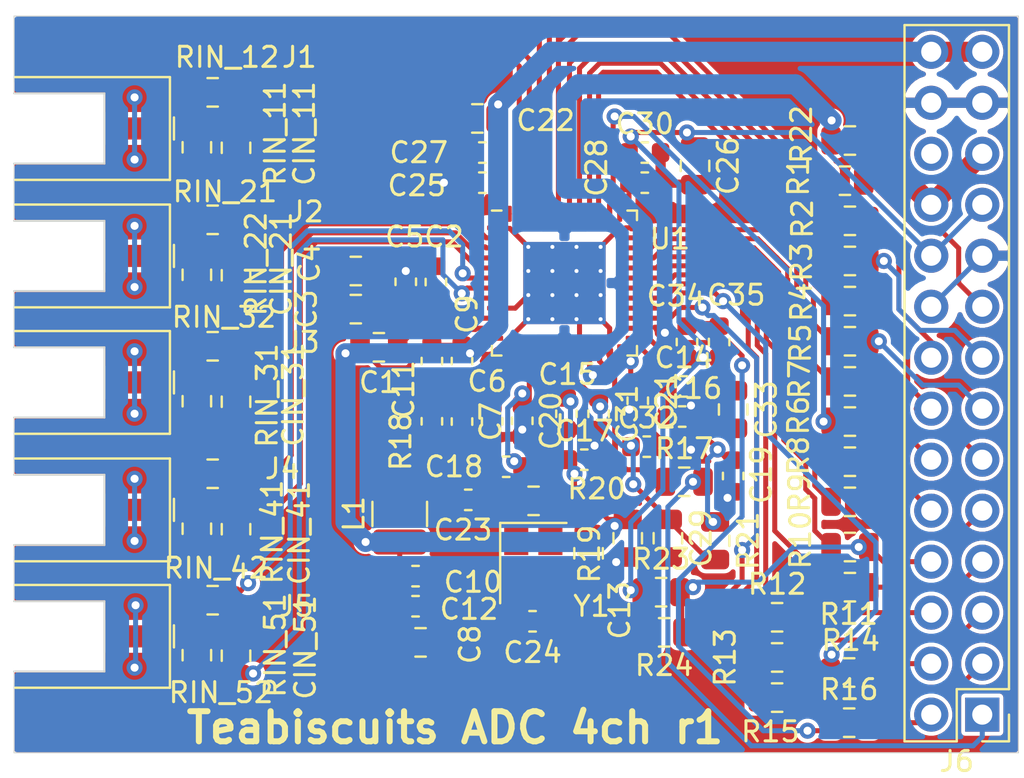
<source format=kicad_pcb>
(kicad_pcb (version 20171130) (host pcbnew 5.1.5)
  (layers (0 F.Cu signal) (31 B.Cu signal) (34 B.Paste user hide) (35 F.Paste user hide) (36 B.SilkS user hide) (37 F.SilkS user) (38 B.Mask user hide) (39 F.Mask user hide) (44 Edge.Cuts user))
  (net 0 "")
  (net 1 "Net-(C1-Pad2)")
  (net 2 VDDA)
  (net 3 GNDA)
  (net 4 "Net-(C2-Pad1)")
  (net 5 "Net-(C3-Pad2)")
  (net 6 "Net-(C6-Pad1)")
  (net 7 "Net-(C7-Pad1)")
  (net 8 VDD)
  (net 9 "Net-(C18-Pad1)")
  (net 10 "Net-(C23-Pad1)")
  (net 11 "Net-(C24-Pad1)")
  (net 12 IOVDD)
  (net 13 "Net-(C29-Pad1)")
  (net 14 AIN1N)
  (net 15 AIN1P)
  (net 16 AIN2P)
  (net 17 AIN2N)
  (net 18 AIN3N)
  (net 19 AIN3P)
  (net 20 AIN4P)
  (net 21 AIN4N)
  (net 22 AIN5N)
  (net 23 AIN5P)
  (net 24 "Net-(J1-Pad1)")
  (net 25 "Net-(J2-Pad1)")
  (net 26 "Net-(J3-Pad1)")
  (net 27 "Net-(J4-Pad1)")
  (net 28 "Net-(J5-Pad1)")
  (net 29 "Net-(J6-Pad1)")
  (net 30 "Net-(J6-Pad2)")
  (net 31 "Net-(J6-Pad3)")
  (net 32 "Net-(J6-Pad4)")
  (net 33 "Net-(J6-Pad5)")
  (net 34 "Net-(J6-Pad6)")
  (net 35 "Net-(J6-Pad7)")
  (net 36 "Net-(J6-Pad9)")
  (net 37 "Net-(J6-Pad10)")
  (net 38 "Net-(J6-Pad11)")
  (net 39 "Net-(J6-Pad12)")
  (net 40 "Net-(J6-Pad13)")
  (net 41 "Net-(J6-Pad14)")
  (net 42 "Net-(J6-Pad15)")
  (net 43 "Net-(J6-Pad16)")
  (net 44 "Net-(J6-Pad17)")
  (net 45 "Net-(J6-Pad22)")
  (net 46 "Net-(J6-Pad24)")
  (net 47 "Net-(R1-Pad1)")
  (net 48 "Net-(R2-Pad1)")
  (net 49 "Net-(R3-Pad1)")
  (net 50 "Net-(R4-Pad1)")
  (net 51 "Net-(R5-Pad1)")
  (net 52 "Net-(R6-Pad1)")
  (net 53 "Net-(R7-Pad1)")
  (net 54 "Net-(R8-Pad1)")
  (net 55 "Net-(R9-Pad1)")
  (net 56 ADDR15)
  (net 57 "Net-(R11-Pad1)")
  (net 58 "Net-(R12-Pad1)")
  (net 59 "Net-(R13-Pad1)")
  (net 60 "Net-(R14-Pad1)")
  (net 61 "Net-(R15-Pad1)")
  (net 62 "Net-(R16-Pad1)")
  (net 63 "Net-(R17-Pad1)")
  (net 64 "Net-(R19-Pad1)")
  (net 65 "Net-(R10-Pad1)")
  (module Connector_PinHeader_2.54mm:PinHeader_2x14_P2.54mm_Vertical (layer F.Cu) (at 174.9 92.6 180)
    (fp_text reference J6 (at 1.27 -2.33) (layer F.SilkS))
    (fp_text value Conn_01x28)
    (pad 1 thru_hole rect (at 0 0 180) (size 1.7 1.7) (drill 1) (layers *.Cu *.Mask) (net 29 "Net-(J6-Pad1)"))
    (pad 2 thru_hole oval (at 2.54 0 180) (size 1.7 1.7) (drill 1) (layers *.Cu *.Mask) (net 30 "Net-(J6-Pad2)"))
    (pad 3 thru_hole oval (at 0 2.54 180) (size 1.7 1.7) (drill 1) (layers *.Cu *.Mask) (net 31 "Net-(J6-Pad3)"))
    (pad 4 thru_hole oval (at 2.54 2.54 180) (size 1.7 1.7) (drill 1) (layers *.Cu *.Mask) (net 32 "Net-(J6-Pad4)"))
    (pad 5 thru_hole oval (at 0 5.08 180) (size 1.7 1.7) (drill 1) (layers *.Cu *.Mask) (net 33 "Net-(J6-Pad5)"))
    (pad 6 thru_hole oval (at 2.54 5.08 180) (size 1.7 1.7) (drill 1) (layers *.Cu *.Mask) (net 34 "Net-(J6-Pad6)"))
    (pad 7 thru_hole oval (at 0 7.62 180) (size 1.7 1.7) (drill 1) (layers *.Cu *.Mask) (net 35 "Net-(J6-Pad7)"))
    (pad 8 thru_hole oval (at 2.54 7.62 180) (size 1.7 1.7) (drill 1) (layers *.Cu *.Mask) (net 56 ADDR15))
    (pad 9 thru_hole oval (at 0 10.16 180) (size 1.7 1.7) (drill 1) (layers *.Cu *.Mask) (net 36 "Net-(J6-Pad9)"))
    (pad 10 thru_hole oval (at 2.54 10.16 180) (size 1.7 1.7) (drill 1) (layers *.Cu *.Mask) (net 37 "Net-(J6-Pad10)"))
    (pad 11 thru_hole oval (at 0 12.7 180) (size 1.7 1.7) (drill 1) (layers *.Cu *.Mask) (net 38 "Net-(J6-Pad11)"))
    (pad 12 thru_hole oval (at 2.54 12.7 180) (size 1.7 1.7) (drill 1) (layers *.Cu *.Mask) (net 39 "Net-(J6-Pad12)"))
    (pad 13 thru_hole oval (at 0 15.24 180) (size 1.7 1.7) (drill 1) (layers *.Cu *.Mask) (net 40 "Net-(J6-Pad13)"))
    (pad 14 thru_hole oval (at 2.54 15.24 180) (size 1.7 1.7) (drill 1) (layers *.Cu *.Mask) (net 41 "Net-(J6-Pad14)"))
    (pad 15 thru_hole oval (at 0 17.78 180) (size 1.7 1.7) (drill 1) (layers *.Cu *.Mask) (net 42 "Net-(J6-Pad15)"))
    (pad 16 thru_hole oval (at 2.54 17.78 180) (size 1.7 1.7) (drill 1) (layers *.Cu *.Mask) (net 43 "Net-(J6-Pad16)"))
    (pad 17 thru_hole oval (at 0 20.32 180) (size 1.7 1.7) (drill 1) (layers *.Cu *.Mask) (net 44 "Net-(J6-Pad17)"))
    (pad 18 thru_hole oval (at 2.54 20.32 180) (size 1.7 1.7) (drill 1) (layers *.Cu *.Mask) (net 3 GNDA))
    (pad 19 thru_hole oval (at 0 22.86 180) (size 1.7 1.7) (drill 1) (layers *.Cu *.Mask) (net 3 GNDA))
    (pad 20 thru_hole oval (at 2.54 22.86 180) (size 1.7 1.7) (drill 1) (layers *.Cu *.Mask) (net 12 IOVDD))
    (pad 21 thru_hole oval (at 0 25.4 180) (size 1.7 1.7) (drill 1) (layers *.Cu *.Mask) (net 12 IOVDD))
    (pad 22 thru_hole oval (at 2.54 25.4 180) (size 1.7 1.7) (drill 1) (layers *.Cu *.Mask) (net 45 "Net-(J6-Pad22)"))
    (pad 23 thru_hole oval (at 0 27.94 180) (size 1.7 1.7) (drill 1) (layers *.Cu *.Mask) (net 45 "Net-(J6-Pad22)"))
    (pad 24 thru_hole oval (at 2.54 27.94 180) (size 1.7 1.7) (drill 1) (layers *.Cu *.Mask) (net 46 "Net-(J6-Pad24)"))
    (pad 25 thru_hole oval (at 0 30.48 180) (size 1.7 1.7) (drill 1) (layers *.Cu *.Mask) (net 3 GNDA))
    (pad 26 thru_hole oval (at 2.54 30.48 180) (size 1.7 1.7) (drill 1) (layers *.Cu *.Mask) (net 3 GNDA))
    (pad 27 thru_hole oval (at 0 33.02 180) (size 1.7 1.7) (drill 1) (layers *.Cu *.Mask) (net 2 VDDA))
    (pad 28 thru_hole oval (at 2.54 33.02 180) (size 1.7 1.7) (drill 1) (layers *.Cu *.Mask) (net 2 VDDA))
  )
  (module Connector_Coaxial:MMCX_Molex_73415-0961_Horizontal_1.0mm-PCB (layer F.Cu) (at 130.45 88.7)
    (fp_text reference J5 (at 10.3 -1.5) (layer F.SilkS))
    (fp_text value Conn_Coaxial)
    (fp_line (start 0.75 -1.75) (end -3.75 -1.75) (layer Edge.Cuts) (width 0.1))
    (fp_line (start 0.75 1.75) (end 0.75 -1.75) (layer Edge.Cuts) (width 0.1))
    (fp_line (start -3.75 1.75) (end 0.75 1.75) (layer Edge.Cuts) (width 0.1))
    (pad 1 smd rect (at 2.7 0) (size 2.1 1.1) (layers F.Cu F.Paste F.Mask) (net 28 "Net-(J5-Pad1)"))
    (pad 2 smd custom (at 2.25 -1.56) (size 3 1.48) (layers F.Cu F.Paste F.Mask) (net 22 AIN5N) (options (clearance outline) (anchor rect)) (primitives (gr_poly (pts (xy -6 -0.74) (xy -6 -0.19) (xy -1.5 -0.19) (xy -1.5 -0.74)) (width 0))))
    (pad 2 smd custom (at 2.25 1.56) (size 3 1.48) (layers F.Cu F.Paste F.Mask) (net 22 AIN5N) (options (clearance outline) (anchor rect)) (primitives (gr_poly (pts (xy -6 0.19) (xy -6 0.74) (xy -1.5 0.74) (xy -1.5 0.19)) (width 0))))
  )
  (module Resistor_SMD:R_0805_2012Metric (layer F.Cu) (at 136.5875 86.9 180)
    (fp_text reference RIN_52 (at -0.4125 -4.6 180) (layer F.SilkS))
    (fp_text value R)
    (pad 2 smd roundrect (at 0.9375 0 180) (size 0.975 1.4) (layers F.Cu F.Paste F.Mask) (net 28 "Net-(J5-Pad1)"))
    (pad 1 smd roundrect (at -0.9375 0 180) (size 0.975 1.4) (layers F.Cu F.Paste F.Mask) (net 23 AIN5P))
  )
  (module Resistor_SMD:R_0805_2012Metric (layer F.Cu) (at 135.8 89.6375 90)
    (fp_text reference RIN_51 (at 0.4875 3.9 270) (layer F.SilkS))
    (fp_text value 50)
    (pad 2 smd roundrect (at 0.9375 0 90) (size 0.975 1.4) (layers F.Cu F.Paste F.Mask) (net 28 "Net-(J5-Pad1)"))
    (pad 1 smd roundrect (at -0.9375 0 90) (size 0.975 1.4) (layers F.Cu F.Paste F.Mask) (net 22 AIN5N))
  )
  (module Capacitor_SMD:C_0805_2012Metric (layer F.Cu) (at 137.75 89.6625 90)
    (fp_text reference CIN_51 (at 0.4125 3.45 270) (layer F.SilkS))
    (fp_text value C)
    (pad 1 smd roundrect (at -0.9375 0 90) (size 0.975 1.4) (layers F.Cu F.Paste F.Mask) (net 22 AIN5N))
    (pad 2 smd roundrect (at 0.9375 0 90) (size 0.975 1.4) (layers F.Cu F.Paste F.Mask) (net 23 AIN5P))
  )
  (module Connector_Coaxial:MMCX_Molex_73415-0961_Horizontal_1.0mm-PCB (layer F.Cu) (at 130.45 82.4)
    (fp_text reference J4 (at 9.6 -2.05) (layer F.SilkS))
    (fp_text value Conn_Coaxial)
    (fp_line (start -3.75 1.75) (end 0.75 1.75) (layer Edge.Cuts) (width 0.1))
    (fp_line (start 0.75 1.75) (end 0.75 -1.75) (layer Edge.Cuts) (width 0.1))
    (fp_line (start 0.75 -1.75) (end -3.75 -1.75) (layer Edge.Cuts) (width 0.1))
    (pad 2 smd custom (at 2.25 1.56) (size 3 1.48) (layers F.Cu F.Paste F.Mask) (net 21 AIN4N) (options (clearance outline) (anchor rect)) (primitives (gr_poly (pts (xy -6 0.19) (xy -6 0.74) (xy -1.5 0.74) (xy -1.5 0.19)) (width 0))))
    (pad 2 smd custom (at 2.25 -1.56) (size 3 1.48) (layers F.Cu F.Paste F.Mask) (net 21 AIN4N) (options (clearance outline) (anchor rect)) (primitives (gr_poly (pts (xy -6 -0.74) (xy -6 -0.19) (xy -1.5 -0.19) (xy -1.5 -0.74)) (width 0))))
    (pad 1 smd rect (at 2.7 0) (size 2.1 1.1) (layers F.Cu F.Paste F.Mask) (net 27 "Net-(J4-Pad1)"))
  )
  (module Resistor_SMD:R_0805_2012Metric (layer F.Cu) (at 135.8 83.3375 90)
    (fp_text reference RIN_41 (at -0.1625 3.75 270) (layer F.SilkS))
    (fp_text value 50)
    (pad 1 smd roundrect (at -0.9375 0 90) (size 0.975 1.4) (layers F.Cu F.Paste F.Mask) (net 21 AIN4N))
    (pad 2 smd roundrect (at 0.9375 0 90) (size 0.975 1.4) (layers F.Cu F.Paste F.Mask) (net 27 "Net-(J4-Pad1)"))
  )
  (module Resistor_SMD:R_0805_2012Metric (layer F.Cu) (at 136.5875 80.6 180)
    (fp_text reference RIN_42 (at -0.1625 -4.7 180) (layer F.SilkS))
    (fp_text value R)
    (pad 1 smd roundrect (at -0.9375 0 180) (size 0.975 1.4) (layers F.Cu F.Paste F.Mask) (net 20 AIN4P))
    (pad 2 smd roundrect (at 0.9375 0 180) (size 0.975 1.4) (layers F.Cu F.Paste F.Mask) (net 27 "Net-(J4-Pad1)"))
  )
  (module Capacitor_SMD:C_0805_2012Metric (layer F.Cu) (at 137.75 83.3625 90)
    (fp_text reference CIN_41 (at -0.1875 3.15 270) (layer F.SilkS))
    (fp_text value C)
    (pad 2 smd roundrect (at 0.9375 0 90) (size 0.975 1.4) (layers F.Cu F.Paste F.Mask) (net 20 AIN4P))
    (pad 1 smd roundrect (at -0.9375 0 90) (size 0.975 1.4) (layers F.Cu F.Paste F.Mask) (net 21 AIN4N))
  )
  (module Resistor_SMD:R_0805_2012Metric (layer F.Cu) (at 136.5875 74.25 180)
    (fp_text reference RIN_32 (at -0.5625 1.45 180) (layer F.SilkS))
    (fp_text value R)
    (pad 2 smd roundrect (at 0.9375 0 180) (size 0.975 1.4) (layers F.Cu F.Paste F.Mask) (net 26 "Net-(J3-Pad1)"))
    (pad 1 smd roundrect (at -0.9375 0 180) (size 0.975 1.4) (layers F.Cu F.Paste F.Mask) (net 19 AIN3P))
  )
  (module Capacitor_SMD:C_0805_2012Metric (layer F.Cu) (at 137.75 77.0125 90)
    (fp_text reference CIN_31 (at 0.3625 2.85 270) (layer F.SilkS))
    (fp_text value C)
    (pad 1 smd roundrect (at -0.9375 0 90) (size 0.975 1.4) (layers F.Cu F.Paste F.Mask) (net 18 AIN3N))
    (pad 2 smd roundrect (at 0.9375 0 90) (size 0.975 1.4) (layers F.Cu F.Paste F.Mask) (net 19 AIN3P))
  )
  (module Connector_Coaxial:MMCX_Molex_73415-0961_Horizontal_1.0mm-PCB (layer F.Cu) (at 130.45 76.05)
    (fp_text reference J3 (at 10.6 -2) (layer F.SilkS))
    (fp_text value Conn_Coaxial)
    (fp_line (start 0.75 -1.75) (end -3.75 -1.75) (layer Edge.Cuts) (width 0.1))
    (fp_line (start 0.75 1.75) (end 0.75 -1.75) (layer Edge.Cuts) (width 0.1))
    (fp_line (start -3.75 1.75) (end 0.75 1.75) (layer Edge.Cuts) (width 0.1))
    (pad 1 smd rect (at 2.7 0) (size 2.1 1.1) (layers F.Cu F.Paste F.Mask) (net 26 "Net-(J3-Pad1)"))
    (pad 2 smd custom (at 2.25 -1.56) (size 3 1.48) (layers F.Cu F.Paste F.Mask) (net 18 AIN3N) (options (clearance outline) (anchor rect)) (primitives (gr_poly (pts (xy -6 -0.74) (xy -6 -0.19) (xy -1.5 -0.19) (xy -1.5 -0.74)) (width 0))))
    (pad 2 smd custom (at 2.25 1.56) (size 3 1.48) (layers F.Cu F.Paste F.Mask) (net 18 AIN3N) (options (clearance outline) (anchor rect)) (primitives (gr_poly (pts (xy -6 0.19) (xy -6 0.74) (xy -1.5 0.74) (xy -1.5 0.19)) (width 0))))
  )
  (module Resistor_SMD:R_0805_2012Metric (layer F.Cu) (at 135.8 76.9875 90)
    (fp_text reference RIN_31 (at 0.2875 3.5 270) (layer F.SilkS))
    (fp_text value 50)
    (pad 2 smd roundrect (at 0.9375 0 90) (size 0.975 1.4) (layers F.Cu F.Paste F.Mask) (net 26 "Net-(J3-Pad1)"))
    (pad 1 smd roundrect (at -0.9375 0 90) (size 0.975 1.4) (layers F.Cu F.Paste F.Mask) (net 18 AIN3N))
  )
  (module Resistor_SMD:R_0805_2012Metric (layer F.Cu) (at 135.8 70.6875 90)
    (fp_text reference RIN_21 (at 4.1375 1.4 180) (layer F.SilkS))
    (fp_text value 50)
    (pad 1 smd roundrect (at -0.9375 0 90) (size 0.975 1.4) (layers F.Cu F.Paste F.Mask) (net 17 AIN2N))
    (pad 2 smd roundrect (at 0.9375 0 90) (size 0.975 1.4) (layers F.Cu F.Paste F.Mask) (net 25 "Net-(J2-Pad1)"))
  )
  (module Connector_Coaxial:MMCX_Molex_73415-0961_Horizontal_1.0mm-PCB (layer F.Cu) (at 130.45 69.75)
    (fp_text reference J2 (at 10.8 -2.2) (layer F.SilkS))
    (fp_text value Conn_Coaxial)
    (fp_line (start -3.75 1.75) (end 0.75 1.75) (layer Edge.Cuts) (width 0.1))
    (fp_line (start 0.75 1.75) (end 0.75 -1.75) (layer Edge.Cuts) (width 0.1))
    (fp_line (start 0.75 -1.75) (end -3.75 -1.75) (layer Edge.Cuts) (width 0.1))
    (pad 2 smd custom (at 2.25 1.56) (size 3 1.48) (layers F.Cu F.Paste F.Mask) (net 17 AIN2N) (options (clearance outline) (anchor rect)) (primitives (gr_poly (pts (xy -6 0.19) (xy -6 0.74) (xy -1.5 0.74) (xy -1.5 0.19)) (width 0))))
    (pad 2 smd custom (at 2.25 -1.56) (size 3 1.48) (layers F.Cu F.Paste F.Mask) (net 17 AIN2N) (options (clearance outline) (anchor rect)) (primitives (gr_poly (pts (xy -6 -0.74) (xy -6 -0.19) (xy -1.5 -0.19) (xy -1.5 -0.74)) (width 0))))
    (pad 1 smd rect (at 2.7 0) (size 2.1 1.1) (layers F.Cu F.Paste F.Mask) (net 25 "Net-(J2-Pad1)"))
  )
  (module Capacitor_SMD:C_0805_2012Metric (layer F.Cu) (at 137.75 70.7125 90)
    (fp_text reference CIN_21 (at 0.5625 2.25 270) (layer F.SilkS))
    (fp_text value C)
    (pad 2 smd roundrect (at 0.9375 0 90) (size 0.975 1.4) (layers F.Cu F.Paste F.Mask) (net 16 AIN2P))
    (pad 1 smd roundrect (at -0.9375 0 90) (size 0.975 1.4) (layers F.Cu F.Paste F.Mask) (net 17 AIN2N))
  )
  (module Resistor_SMD:R_0805_2012Metric (layer F.Cu) (at 136.5875 67.95 180)
    (fp_text reference RIN_22 (at -2.1625 -2.2 90) (layer F.SilkS))
    (fp_text value R)
    (pad 1 smd roundrect (at -0.9375 0 180) (size 0.975 1.4) (layers F.Cu F.Paste F.Mask) (net 16 AIN2P))
    (pad 2 smd roundrect (at 0.9375 0 180) (size 0.975 1.4) (layers F.Cu F.Paste F.Mask) (net 25 "Net-(J2-Pad1)"))
  )
  (module Capacitor_SMD:C_0805_2012Metric (layer F.Cu) (at 144.8625 74.3)
    (fp_text reference C1 (at -0.0125 1.75) (layer F.SilkS))
    (fp_text value 470nF)
    (pad 2 smd roundrect (at 0.9375 0) (size 0.975 1.4) (layers F.Cu F.Paste F.Mask) (net 1 "Net-(C1-Pad2)"))
    (pad 1 smd roundrect (at -0.9375 0) (size 0.975 1.4) (layers F.Cu F.Paste F.Mask) (net 2 VDDA))
  )
  (module Capacitor_SMD:C_0805_2012Metric (layer F.Cu) (at 143.7125 72.4)
    (fp_text reference C3 (at -2.4625 0 90) (layer F.SilkS))
    (fp_text value 470nF)
    (pad 1 smd roundrect (at -0.9375 0) (size 0.975 1.4) (layers F.Cu F.Paste F.Mask) (net 3 GNDA))
    (pad 2 smd roundrect (at 0.9375 0) (size 0.975 1.4) (layers F.Cu F.Paste F.Mask) (net 5 "Net-(C3-Pad2)"))
  )
  (module Capacitor_SMD:C_0805_2012Metric (layer F.Cu) (at 143.7125 70.5 180)
    (fp_text reference C4 (at 2.3125 0.4 270) (layer F.SilkS))
    (fp_text value 10uF)
    (pad 2 smd roundrect (at 0.9375 0 180) (size 0.975 1.4) (layers F.Cu F.Paste F.Mask) (net 3 GNDA))
    (pad 1 smd roundrect (at -0.9375 0 180) (size 0.975 1.4) (layers F.Cu F.Paste F.Mask) (net 4 "Net-(C2-Pad1)"))
  )
  (module Capacitor_SMD:C_0805_2012Metric (layer F.Cu) (at 146.9375 89)
    (fp_text reference C8 (at 2.4625 0.1 90) (layer F.SilkS))
    (fp_text value 10uF)
    (pad 1 smd roundrect (at -0.9375 0) (size 0.975 1.4) (layers F.Cu F.Paste F.Mask) (net 2 VDDA))
    (pad 2 smd roundrect (at 0.9375 0) (size 0.975 1.4) (layers F.Cu F.Paste F.Mask) (net 3 GNDA))
  )
  (module Capacitor_SMD:C_0805_2012Metric (layer F.Cu) (at 157.25 83.8125 270)
    (fp_text reference C13 (at 3.5875 0.4 270) (layer F.SilkS))
    (fp_text value 10uF)
    (pad 1 smd roundrect (at -0.9375 0 270) (size 0.975 1.4) (layers F.Cu F.Paste F.Mask) (net 2 VDDA))
    (pad 2 smd roundrect (at 0.9375 0 270) (size 0.975 1.4) (layers F.Cu F.Paste F.Mask) (net 3 GNDA))
  )
  (module Capacitor_SMD:C_0805_2012Metric (layer F.Cu) (at 149.7625 62.9 180)
    (fp_text reference C22 (at -3.4 -0.1) (layer F.SilkS))
    (fp_text value 10uF)
    (pad 1 smd roundrect (at -0.9375 0 180) (size 0.975 1.4) (layers F.Cu F.Paste F.Mask) (net 2 VDDA))
    (pad 2 smd roundrect (at 0.9375 0 180) (size 0.975 1.4) (layers F.Cu F.Paste F.Mask) (net 3 GNDA))
  )
  (module Capacitor_SMD:C_0805_2012Metric (layer F.Cu) (at 160.6 65.2625 270)
    (fp_text reference C26 (at 0 -1.65 90) (layer F.SilkS))
    (fp_text value 10uF)
    (pad 2 smd roundrect (at 0.9375 0 270) (size 0.975 1.4) (layers F.Cu F.Paste F.Mask) (net 3 GNDA))
    (pad 1 smd roundrect (at -0.9375 0 270) (size 0.975 1.4) (layers F.Cu F.Paste F.Mask) (net 12 IOVDD))
  )
  (module Capacitor_SMD:C_0805_2012Metric (layer F.Cu) (at 159.25 83.8125 270)
    (fp_text reference C29 (at 0 -1.65 90) (layer F.SilkS))
    (fp_text value 10uF)
    (pad 2 smd roundrect (at 0.9375 0 270) (size 0.975 1.4) (layers F.Cu F.Paste F.Mask) (net 3 GNDA))
    (pad 1 smd roundrect (at -0.9375 0 270) (size 0.975 1.4) (layers F.Cu F.Paste F.Mask) (net 13 "Net-(C29-Pad1)"))
  )
  (module Capacitor_SMD:C_0805_2012Metric (layer F.Cu) (at 137.75 64.3625 90)
    (fp_text reference CIN_11 (at 0.7125 3.4 270) (layer F.SilkS))
    (fp_text value C)
    (pad 1 smd roundrect (at -0.9375 0 90) (size 0.975 1.4) (layers F.Cu F.Paste F.Mask) (net 14 AIN1N))
    (pad 2 smd roundrect (at 0.9375 0 90) (size 0.975 1.4) (layers F.Cu F.Paste F.Mask) (net 15 AIN1P))
  )
  (module Connector_Coaxial:MMCX_Molex_73415-0961_Horizontal_1.0mm-PCB (layer F.Cu) (at 130.45 63.4)
    (fp_text reference J1 (at 10.45 -3.55) (layer F.SilkS))
    (fp_text value Conn_Coaxial)
    (fp_line (start 0.75 -1.75) (end -3.75 -1.75) (layer Edge.Cuts) (width 0.1))
    (fp_line (start 0.75 1.75) (end 0.75 -1.75) (layer Edge.Cuts) (width 0.1))
    (fp_line (start -3.75 1.75) (end 0.75 1.75) (layer Edge.Cuts) (width 0.1))
    (pad 1 smd rect (at 2.7 0) (size 2.1 1.1) (layers F.Cu F.Paste F.Mask) (net 24 "Net-(J1-Pad1)"))
    (pad 2 smd custom (at 2.25 -1.56) (size 3 1.48) (layers F.Cu F.Paste F.Mask) (net 14 AIN1N) (options (clearance outline) (anchor rect)) (primitives (gr_poly (pts (xy -6 -0.74) (xy -6 -0.19) (xy -1.5 -0.19) (xy -1.5 -0.74)) (width 0))))
    (pad 2 smd custom (at 2.25 1.56) (size 3 1.48) (layers F.Cu F.Paste F.Mask) (net 14 AIN1N) (options (clearance outline) (anchor rect)) (primitives (gr_poly (pts (xy -6 0.19) (xy -6 0.74) (xy -1.5 0.74) (xy -1.5 0.19)) (width 0))))
  )
  (module Inductor_SMD:L_1210_3225Metric (layer F.Cu) (at 145.9 82.6 90)
    (fp_text reference L1 (at 0 -2.28 90) (layer F.SilkS))
    (fp_text value L)
    (pad 1 smd roundrect (at -1.4 0 90) (size 1.25 2.65) (layers F.Cu F.Paste F.Mask) (roundrect_rratio 0.2) (net 2 VDDA))
    (pad 2 smd roundrect (at 1.4 0 90) (size 1.25 2.65) (layers F.Cu F.Paste F.Mask) (roundrect_rratio 0.2) (net 9 "Net-(C18-Pad1)"))
  )
  (module Resistor_SMD:R_0805_2012Metric (layer F.Cu) (at 168.0625 66)
    (fp_text reference R1 (at -2.3125 -0.2 90) (layer F.SilkS))
    (fp_text value R)
    (pad 1 smd roundrect (at -0.9375 0) (size 0.975 1.4) (layers F.Cu F.Paste F.Mask) (net 47 "Net-(R1-Pad1)"))
    (pad 2 smd roundrect (at 0.9375 0) (size 0.975 1.4) (layers F.Cu F.Paste F.Mask) (net 44 "Net-(J6-Pad17)"))
  )
  (module Resistor_SMD:R_0805_2012Metric (layer F.Cu) (at 168.3125 68)
    (fp_text reference R2 (at -2.3625 -0.1 90) (layer F.SilkS))
    (fp_text value R)
    (pad 1 smd roundrect (at -0.9375 0) (size 0.975 1.4) (layers F.Cu F.Paste F.Mask) (net 48 "Net-(R2-Pad1)"))
    (pad 2 smd roundrect (at 0.9375 0) (size 0.975 1.4) (layers F.Cu F.Paste F.Mask) (net 43 "Net-(J6-Pad16)"))
  )
  (module Resistor_SMD:R_0805_2012Metric (layer F.Cu) (at 168.3125 70)
    (fp_text reference R3 (at -2.4125 0.05 90) (layer F.SilkS))
    (fp_text value R)
    (pad 1 smd roundrect (at -0.9375 0) (size 0.975 1.4) (layers F.Cu F.Paste F.Mask) (net 49 "Net-(R3-Pad1)"))
    (pad 2 smd roundrect (at 0.9375 0) (size 0.975 1.4) (layers F.Cu F.Paste F.Mask) (net 42 "Net-(J6-Pad15)"))
  )
  (module Resistor_SMD:R_0805_2012Metric (layer F.Cu) (at 168.3125 72)
    (fp_text reference R4 (at -2.4125 0.05 90) (layer F.SilkS))
    (fp_text value R)
    (pad 2 smd roundrect (at 0.9375 0) (size 0.975 1.4) (layers F.Cu F.Paste F.Mask) (net 41 "Net-(J6-Pad14)"))
    (pad 1 smd roundrect (at -0.9375 0) (size 0.975 1.4) (layers F.Cu F.Paste F.Mask) (net 50 "Net-(R4-Pad1)"))
  )
  (module Resistor_SMD:R_0805_2012Metric (layer F.Cu) (at 168.3125 74)
    (fp_text reference R5 (at -2.4625 0.1 90) (layer F.SilkS))
    (fp_text value R)
    (pad 2 smd roundrect (at 0.9375 0) (size 0.975 1.4) (layers F.Cu F.Paste F.Mask) (net 40 "Net-(J6-Pad13)"))
    (pad 1 smd roundrect (at -0.9375 0) (size 0.975 1.4) (layers F.Cu F.Paste F.Mask) (net 51 "Net-(R5-Pad1)"))
  )
  (module Resistor_SMD:R_0805_2012Metric (layer F.Cu) (at 168.3125 78)
    (fp_text reference R6 (at -2.5625 -0.3 90) (layer F.SilkS))
    (fp_text value R)
    (pad 1 smd roundrect (at -0.9375 0) (size 0.975 1.4) (layers F.Cu F.Paste F.Mask) (net 52 "Net-(R6-Pad1)"))
    (pad 2 smd roundrect (at 0.9375 0) (size 0.975 1.4) (layers F.Cu F.Paste F.Mask) (net 39 "Net-(J6-Pad12)"))
  )
  (module Resistor_SMD:R_0805_2012Metric (layer F.Cu) (at 168.3125 76)
    (fp_text reference R7 (at -2.5125 -0.1 90) (layer F.SilkS))
    (fp_text value R)
    (pad 2 smd roundrect (at 0.9375 0) (size 0.975 1.4) (layers F.Cu F.Paste F.Mask) (net 38 "Net-(J6-Pad11)"))
    (pad 1 smd roundrect (at -0.9375 0) (size 0.975 1.4) (layers F.Cu F.Paste F.Mask) (net 53 "Net-(R7-Pad1)"))
  )
  (module Resistor_SMD:R_0805_2012Metric (layer F.Cu) (at 168.3125 80)
    (fp_text reference R8 (at -2.5625 -0.3 90) (layer F.SilkS))
    (fp_text value R)
    (pad 1 smd roundrect (at -0.9375 0) (size 0.975 1.4) (layers F.Cu F.Paste F.Mask) (net 54 "Net-(R8-Pad1)"))
    (pad 2 smd roundrect (at 0.9375 0) (size 0.975 1.4) (layers F.Cu F.Paste F.Mask) (net 37 "Net-(J6-Pad10)"))
  )
  (module Resistor_SMD:R_0805_2012Metric (layer F.Cu) (at 168.3125 82)
    (fp_text reference R9 (at -2.5125 -0.45 90) (layer F.SilkS))
    (fp_text value R)
    (pad 2 smd roundrect (at 0.9375 0) (size 0.975 1.4) (layers F.Cu F.Paste F.Mask) (net 36 "Net-(J6-Pad9)"))
    (pad 1 smd roundrect (at -0.9375 0) (size 0.975 1.4) (layers F.Cu F.Paste F.Mask) (net 55 "Net-(R9-Pad1)"))
  )
  (module Resistor_SMD:R_0805_2012Metric (layer F.Cu) (at 168.3125 84.25)
    (fp_text reference R10 (at -2.4625 -0.35 90) (layer F.SilkS))
    (fp_text value R)
    (pad 1 smd roundrect (at -0.9375 0) (size 0.975 1.4) (layers F.Cu F.Paste F.Mask) (net 65 "Net-(R10-Pad1)"))
    (pad 2 smd roundrect (at 0.9375 0) (size 0.975 1.4) (layers F.Cu F.Paste F.Mask) (net 56 ADDR15))
  )
  (module Resistor_SMD:R_0805_2012Metric (layer F.Cu) (at 168.3125 86.25)
    (fp_text reference R11 (at -0.0625 1.35) (layer F.SilkS))
    (fp_text value R)
    (pad 1 smd roundrect (at -0.9375 0) (size 0.975 1.4) (layers F.Cu F.Paste F.Mask) (net 57 "Net-(R11-Pad1)"))
    (pad 2 smd roundrect (at 0.9375 0) (size 0.975 1.4) (layers F.Cu F.Paste F.Mask) (net 35 "Net-(J6-Pad7)"))
  )
  (module Resistor_SMD:R_0805_2012Metric (layer F.Cu) (at 164.6875 87.75)
    (fp_text reference R12 (at 0 -1.65) (layer F.SilkS))
    (fp_text value R)
    (pad 1 smd roundrect (at -0.9375 0) (size 0.975 1.4) (layers F.Cu F.Paste F.Mask) (net 58 "Net-(R12-Pad1)"))
    (pad 2 smd roundrect (at 0.9375 0) (size 0.975 1.4) (layers F.Cu F.Paste F.Mask) (net 34 "Net-(J6-Pad6)"))
  )
  (module Resistor_SMD:R_0805_2012Metric (layer F.Cu) (at 164.6875 89.75)
    (fp_text reference R13 (at -2.5875 0 90) (layer F.SilkS))
    (fp_text value R)
    (pad 2 smd roundrect (at 0.9375 0) (size 0.975 1.4) (layers F.Cu F.Paste F.Mask) (net 33 "Net-(J6-Pad5)"))
    (pad 1 smd roundrect (at -0.9375 0) (size 0.975 1.4) (layers F.Cu F.Paste F.Mask) (net 59 "Net-(R13-Pad1)"))
  )
  (module Resistor_SMD:R_0805_2012Metric (layer F.Cu) (at 168.275 90.5)
    (fp_text reference R14 (at 0.075 -1.6) (layer F.SilkS))
    (fp_text value R)
    (pad 1 smd roundrect (at -0.9375 0) (size 0.975 1.4) (layers F.Cu F.Paste F.Mask) (net 60 "Net-(R14-Pad1)"))
    (pad 2 smd roundrect (at 0.9375 0) (size 0.975 1.4) (layers F.Cu F.Paste F.Mask) (net 32 "Net-(J6-Pad4)"))
  )
  (module Resistor_SMD:R_0805_2012Metric (layer F.Cu) (at 164.6875 91.75)
    (fp_text reference R15 (at -0.3375 1.7) (layer F.SilkS))
    (fp_text value R)
    (pad 2 smd roundrect (at 0.9375 0) (size 0.975 1.4) (layers F.Cu F.Paste F.Mask) (net 31 "Net-(J6-Pad3)"))
    (pad 1 smd roundrect (at -0.9375 0) (size 0.975 1.4) (layers F.Cu F.Paste F.Mask) (net 61 "Net-(R15-Pad1)"))
  )
  (module Resistor_SMD:R_0805_2012Metric (layer F.Cu) (at 168.275 93)
    (fp_text reference R16 (at 0 -1.65) (layer F.SilkS))
    (fp_text value R)
    (pad 1 smd roundrect (at -0.9375 0) (size 0.975 1.4) (layers F.Cu F.Paste F.Mask) (net 62 "Net-(R16-Pad1)"))
    (pad 2 smd roundrect (at 0.9375 0) (size 0.975 1.4) (layers F.Cu F.Paste F.Mask) (net 30 "Net-(J6-Pad2)"))
  )
  (module Resistor_SMD:R_0805_2012Metric (layer F.Cu) (at 160.0625 81)
    (fp_text reference R17 (at 0 -1.65) (layer F.SilkS))
    (fp_text value R)
    (pad 1 smd roundrect (at -0.9375 0) (size 0.975 1.4) (layers F.Cu F.Paste F.Mask) (net 63 "Net-(R17-Pad1)"))
    (pad 2 smd roundrect (at 0.9375 0) (size 0.975 1.4) (layers F.Cu F.Paste F.Mask) (net 29 "Net-(J6-Pad1)"))
  )
  (module Resistor_SMD:R_0805_2012Metric (layer F.Cu) (at 155.3 84.5625 270)
    (fp_text reference R19 (at 0.0375 -0.05 270) (layer F.SilkS))
    (fp_text value R)
    (pad 1 smd roundrect (at -0.9375 0 270) (size 0.975 1.4) (layers F.Cu F.Paste F.Mask) (net 64 "Net-(R19-Pad1)"))
    (pad 2 smd roundrect (at 0.9375 0 270) (size 0.975 1.4) (layers F.Cu F.Paste F.Mask) (net 11 "Net-(C24-Pad1)"))
  )
  (module Resistor_SMD:R_0805_2012Metric (layer F.Cu) (at 152.5625 81.95)
    (fp_text reference R20 (at 3.1375 -0.6) (layer F.SilkS))
    (fp_text value R)
    (pad 2 smd roundrect (at 0.9375 0) (size 0.975 1.4) (layers F.Cu F.Paste F.Mask) (net 64 "Net-(R19-Pad1)"))
    (pad 1 smd roundrect (at -0.9375 0) (size 0.975 1.4) (layers F.Cu F.Paste F.Mask) (net 10 "Net-(C23-Pad1)"))
  )
  (module Resistor_SMD:R_0805_2012Metric (layer F.Cu) (at 161.6 83.9375 270)
    (fp_text reference R21 (at 0 -1.65 90) (layer F.SilkS))
    (fp_text value R)
    (pad 2 smd roundrect (at 0.9375 0 270) (size 0.975 1.4) (layers F.Cu F.Paste F.Mask) (net 13 "Net-(C29-Pad1)"))
    (pad 1 smd roundrect (at -0.9375 0 270) (size 0.975 1.4) (layers F.Cu F.Paste F.Mask) (net 8 VDD))
  )
  (module Resistor_SMD:R_0805_2012Metric (layer F.Cu) (at 168.3125 64)
    (fp_text reference R22 (at -2.4125 -0.3 90) (layer F.SilkS))
    (fp_text value R)
    (pad 1 smd roundrect (at -0.9375 0) (size 0.975 1.4) (layers F.Cu F.Paste F.Mask) (net 8 VDD))
    (pad 2 smd roundrect (at 0.9375 0) (size 0.975 1.4) (layers F.Cu F.Paste F.Mask) (net 45 "Net-(J6-Pad22)"))
  )
  (module Resistor_SMD:R_0805_2012Metric (layer F.Cu) (at 158.9125 86.5)
    (fp_text reference R23 (at 0 -1.65) (layer F.SilkS))
    (fp_text value R)
    (pad 1 smd roundrect (at -0.9375 0) (size 0.975 1.4) (layers F.Cu F.Paste F.Mask) (net 12 IOVDD))
    (pad 2 smd roundrect (at 0.9375 0) (size 0.975 1.4) (layers F.Cu F.Paste F.Mask) (net 56 ADDR15))
  )
  (module Resistor_SMD:R_0805_2012Metric (layer F.Cu) (at 159.0625 88.5 180)
    (fp_text reference R24 (at 0 -1.65) (layer F.SilkS))
    (fp_text value R)
    (pad 1 smd roundrect (at -0.9375 0 180) (size 0.975 1.4) (layers F.Cu F.Paste F.Mask) (net 56 ADDR15))
    (pad 2 smd roundrect (at 0.9375 0 180) (size 0.975 1.4) (layers F.Cu F.Paste F.Mask) (net 3 GNDA))
  )
  (module Resistor_SMD:R_0805_2012Metric (layer F.Cu) (at 135.8 64.3375 90)
    (fp_text reference RIN_11 (at 0.6875 3.9 270) (layer F.SilkS))
    (fp_text value 50)
    (pad 2 smd roundrect (at 0.9375 0 90) (size 0.975 1.4) (layers F.Cu F.Paste F.Mask) (net 24 "Net-(J1-Pad1)"))
    (pad 1 smd roundrect (at -0.9375 0 90) (size 0.975 1.4) (layers F.Cu F.Paste F.Mask) (net 14 AIN1N))
  )
  (module Resistor_SMD:R_0805_2012Metric (layer F.Cu) (at 136.5875 61.6 180)
    (fp_text reference RIN_12 (at -0.7125 1.75 180) (layer F.SilkS))
    (fp_text value R)
    (pad 2 smd roundrect (at 0.9375 0 180) (size 0.975 1.4) (layers F.Cu F.Paste F.Mask) (net 24 "Net-(J1-Pad1)"))
    (pad 1 smd roundrect (at -0.9375 0 180) (size 0.975 1.4) (layers F.Cu F.Paste F.Mask) (net 15 AIN1P))
  )
  (module Package_CSP:LFCSP-48-1EP_7x7mm_P0.5mm_EP4.1x4.1mm_ThermalVias (layer F.Cu) (at 154.1 71.1)
    (fp_text reference U1 (at 5.25 -2.2) (layer F.SilkS))
    (fp_text value ADAR7251)
    (pad 1 smd roundrect (at -3.45 -2.75) (size 0.8 0.25) (layers F.Cu F.Paste F.Mask) (net 3 GNDA))
    (pad 2 smd roundrect (at -3.45 -2.25) (size 0.8 0.25) (layers F.Cu F.Paste F.Mask) (net 19 AIN3P))
    (pad 3 smd roundrect (at -3.45 -1.75) (size 0.8 0.25) (layers F.Cu F.Paste F.Mask) (net 18 AIN3N))
    (pad 4 smd roundrect (at -3.45 -1.25) (size 0.8 0.25) (layers F.Cu F.Paste F.Mask) (net 20 AIN4P))
    (pad 5 smd roundrect (at -3.45 -0.75) (size 0.8 0.25) (layers F.Cu F.Paste F.Mask) (net 21 AIN4N))
    (pad 6 smd roundrect (at -3.45 -0.25) (size 0.8 0.25) (layers F.Cu F.Paste F.Mask) (net 23 AIN5P))
    (pad 7 smd roundrect (at -3.45 0.25) (size 0.8 0.25) (layers F.Cu F.Paste F.Mask) (net 22 AIN5N))
    (pad 8 smd roundrect (at -3.45 0.75) (size 0.8 0.25) (layers F.Cu F.Paste F.Mask) (net 4 "Net-(C2-Pad1)"))
    (pad 9 smd roundrect (at -3.45 1.25) (size 0.8 0.25) (layers F.Cu F.Paste F.Mask) (net 3 GNDA))
    (pad 10 smd roundrect (at -3.45 1.75) (size 0.8 0.25) (layers F.Cu F.Paste F.Mask) (net 5 "Net-(C3-Pad2)"))
    (pad 11 smd roundrect (at -3.45 2.25) (size 0.8 0.25) (layers F.Cu F.Paste F.Mask) (net 1 "Net-(C1-Pad2)"))
    (pad 12 smd roundrect (at -3.45 2.75) (size 0.8 0.25) (layers F.Cu F.Paste F.Mask) (net 2 VDDA))
    (pad 13 smd roundrect (at -2.75 3.45) (size 0.25 0.8) (layers F.Cu F.Paste F.Mask) (net 3 GNDA))
    (pad 14 smd roundrect (at -2.25 3.45) (size 0.25 0.8) (layers F.Cu F.Paste F.Mask) (net 7 "Net-(C7-Pad1)"))
    (pad 15 smd roundrect (at -1.75 3.45) (size 0.25 0.8) (layers F.Cu F.Paste F.Mask) (net 9 "Net-(C18-Pad1)"))
    (pad 16 smd roundrect (at -1.25 3.45) (size 0.25 0.8) (layers F.Cu F.Paste F.Mask) (net 10 "Net-(C23-Pad1)"))
    (pad 17 smd roundrect (at -0.75 3.45) (size 0.25 0.8) (layers F.Cu F.Paste F.Mask) (net 64 "Net-(R19-Pad1)"))
    (pad 18 smd roundrect (at -0.25 3.45) (size 0.25 0.8) (layers F.Cu F.Paste F.Mask) (net 2 VDDA))
    (pad 19 smd roundrect (at 0.25 3.45) (size 0.25 0.8) (layers F.Cu F.Paste F.Mask) (net 13 "Net-(C29-Pad1)"))
    (pad 20 smd roundrect (at 0.75 3.45) (size 0.25 0.8) (layers F.Cu F.Paste F.Mask) (net 3 GNDA))
    (pad 21 smd roundrect (at 1.25 3.45) (size 0.25 0.8) (layers F.Cu F.Paste F.Mask) (net 8 VDD))
    (pad 22 smd roundrect (at 1.75 3.45) (size 0.25 0.8) (layers F.Cu F.Paste F.Mask) (net 63 "Net-(R17-Pad1)"))
    (pad 23 smd roundrect (at 2.25 3.45) (size 0.25 0.8) (layers F.Cu F.Paste F.Mask) (net 3 GNDA))
    (pad 24 smd roundrect (at 2.75 3.45) (size 0.25 0.8) (layers F.Cu F.Paste F.Mask) (net 8 VDD))
    (pad 25 smd roundrect (at 3.45 2.75) (size 0.8 0.25) (layers F.Cu F.Paste F.Mask) (net 12 IOVDD))
    (pad 26 smd roundrect (at 3.45 2.25) (size 0.8 0.25) (layers F.Cu F.Paste F.Mask) (net 62 "Net-(R16-Pad1)"))
    (pad 27 smd roundrect (at 3.45 1.75) (size 0.8 0.25) (layers F.Cu F.Paste F.Mask) (net 61 "Net-(R15-Pad1)"))
    (pad 28 smd roundrect (at 3.45 1.25) (size 0.8 0.25) (layers F.Cu F.Paste F.Mask) (net 60 "Net-(R14-Pad1)"))
    (pad 29 smd roundrect (at 3.45 0.75) (size 0.8 0.25) (layers F.Cu F.Paste F.Mask) (net 59 "Net-(R13-Pad1)"))
    (pad 30 smd roundrect (at 3.45 0.25) (size 0.8 0.25) (layers F.Cu F.Paste F.Mask) (net 58 "Net-(R12-Pad1)"))
    (pad 31 smd roundrect (at 3.45 -0.25) (size 0.8 0.25) (layers F.Cu F.Paste F.Mask) (net 57 "Net-(R11-Pad1)"))
    (pad 32 smd roundrect (at 3.45 -0.75) (size 0.8 0.25) (layers F.Cu F.Paste F.Mask) (net 65 "Net-(R10-Pad1)"))
    (pad 33 smd roundrect (at 3.45 -1.25) (size 0.8 0.25) (layers F.Cu F.Paste F.Mask) (net 55 "Net-(R9-Pad1)"))
    (pad 34 smd roundrect (at 3.45 -1.75) (size 0.8 0.25) (layers F.Cu F.Paste F.Mask) (net 54 "Net-(R8-Pad1)"))
    (pad 35 smd roundrect (at 3.45 -2.25) (size 0.8 0.25) (layers F.Cu F.Paste F.Mask) (net 53 "Net-(R7-Pad1)"))
    (pad 36 smd roundrect (at 3.45 -2.75) (size 0.8 0.25) (layers F.Cu F.Paste F.Mask) (net 3 GNDA))
    (pad 37 smd roundrect (at 2.75 -3.45) (size 0.25 0.8) (layers F.Cu F.Paste F.Mask) (net 12 IOVDD))
    (pad 38 smd roundrect (at 2.25 -3.45) (size 0.25 0.8) (layers F.Cu F.Paste F.Mask) (net 52 "Net-(R6-Pad1)"))
    (pad 39 smd roundrect (at 1.75 -3.45) (size 0.25 0.8) (layers F.Cu F.Paste F.Mask) (net 51 "Net-(R5-Pad1)"))
    (pad 40 smd roundrect (at 1.25 -3.45) (size 0.25 0.8) (layers F.Cu F.Paste F.Mask) (net 50 "Net-(R4-Pad1)"))
    (pad 41 smd roundrect (at 0.75 -3.45) (size 0.25 0.8) (layers F.Cu F.Paste F.Mask) (net 49 "Net-(R3-Pad1)"))
    (pad 42 smd roundrect (at 0.25 -3.45) (size 0.25 0.8) (layers F.Cu F.Paste F.Mask) (net 48 "Net-(R2-Pad1)"))
    (pad 43 smd roundrect (at -0.25 -3.45) (size 0.25 0.8) (layers F.Cu F.Paste F.Mask) (net 47 "Net-(R1-Pad1)"))
    (pad 44 smd roundrect (at -0.75 -3.45) (size 0.25 0.8) (layers F.Cu F.Paste F.Mask) (net 15 AIN1P))
    (pad 45 smd roundrect (at -1.25 -3.45) (size 0.25 0.8) (layers F.Cu F.Paste F.Mask) (net 14 AIN1N))
    (pad 46 smd roundrect (at -1.75 -3.45) (size 0.25 0.8) (layers F.Cu F.Paste F.Mask) (net 16 AIN2P))
    (pad 47 smd roundrect (at -2.25 -3.45) (size 0.25 0.8) (layers F.Cu F.Paste F.Mask) (net 17 AIN2N))
    (pad 48 smd roundrect (at -2.75 -3.45) (size 0.25 0.8) (layers F.Cu F.Paste F.Mask) (net 2 VDDA))
    (pad 49 smd rect (at 0 0) (size 4.1 4.1) (layers F.Cu F.Mask) (net 3 GNDA))
    (pad 49 thru_hole circle (at -1.8 -1.8) (size 0.5 0.5) (drill 0.2) (layers *.Cu) (net 3 GNDA))
    (pad 49 thru_hole circle (at -0.6 -1.8) (size 0.5 0.5) (drill 0.2) (layers *.Cu) (net 3 GNDA))
    (pad 49 thru_hole circle (at 0.6 -1.8) (size 0.5 0.5) (drill 0.2) (layers *.Cu) (net 3 GNDA))
    (pad 49 thru_hole circle (at 1.8 -1.8) (size 0.5 0.5) (drill 0.2) (layers *.Cu) (net 3 GNDA))
    (pad 49 thru_hole circle (at -1.8 -0.6) (size 0.5 0.5) (drill 0.2) (layers *.Cu) (net 3 GNDA))
    (pad 49 thru_hole circle (at -0.6 -0.6) (size 0.5 0.5) (drill 0.2) (layers *.Cu) (net 3 GNDA))
    (pad 49 thru_hole circle (at 0.6 -0.6) (size 0.5 0.5) (drill 0.2) (layers *.Cu) (net 3 GNDA))
    (pad 49 thru_hole circle (at 1.8 -0.6) (size 0.5 0.5) (drill 0.2) (layers *.Cu) (net 3 GNDA))
    (pad 49 thru_hole circle (at -1.8 0.6) (size 0.5 0.5) (drill 0.2) (layers *.Cu) (net 3 GNDA))
    (pad 49 thru_hole circle (at -0.6 0.6) (size 0.5 0.5) (drill 0.2) (layers *.Cu) (net 3 GNDA))
    (pad 49 thru_hole circle (at 0.6 0.6) (size 0.5 0.5) (drill 0.2) (layers *.Cu) (net 3 GNDA))
    (pad 49 thru_hole circle (at 1.8 0.6) (size 0.5 0.5) (drill 0.2) (layers *.Cu) (net 3 GNDA))
    (pad 49 thru_hole circle (at -1.8 1.8) (size 0.5 0.5) (drill 0.2) (layers *.Cu) (net 3 GNDA))
    (pad 49 thru_hole circle (at -0.6 1.8) (size 0.5 0.5) (drill 0.2) (layers *.Cu) (net 3 GNDA))
    (pad 49 thru_hole circle (at 0.6 1.8) (size 0.5 0.5) (drill 0.2) (layers *.Cu) (net 3 GNDA))
    (pad 49 thru_hole circle (at 1.8 1.8) (size 0.5 0.5) (drill 0.2) (layers *.Cu) (net 3 GNDA))
    (pad 49 smd rect (at 0 0) (size 4.1 4.1) (layers B.Cu) (net 3 GNDA))
  )
  (module Crystal:Crystal_SMD_3225-4Pin_3.2x2.5mm (layer F.Cu) (at 152.55 85.05 270)
    (fp_text reference Y1 (at 2.15 -2.9 180) (layer F.SilkS))
    (fp_text value Crystal)
    (pad 1 smd rect (at -1.1 0.85 270) (size 1.4 1.2) (layers F.Cu F.Paste F.Mask) (net 10 "Net-(C23-Pad1)"))
    (pad 2 smd rect (at 1.1 0.85 270) (size 1.4 1.2) (layers F.Cu F.Paste F.Mask) (net 11 "Net-(C24-Pad1)"))
    (pad 3 smd rect (at 1.1 -0.85 270) (size 1.4 1.2) (layers F.Cu F.Paste F.Mask))
    (pad 4 smd rect (at -1.1 -0.85 270) (size 1.4 1.2) (layers F.Cu F.Paste F.Mask))
  )
  (module Capacitor_SMD:C_0603_1608Metric (layer F.Cu) (at 147.7 71.05 90)
    (fp_text reference C2 (at 2.25 0.4 180) (layer F.SilkS))
    (fp_text value 1nF)
    (pad 1 smd roundrect (at -0.7875 0 90) (size 0.875 0.95) (layers F.Cu F.Paste F.Mask) (net 4 "Net-(C2-Pad1)"))
    (pad 2 smd roundrect (at 0.7875 0 90) (size 0.875 0.95) (layers F.Cu F.Paste F.Mask) (net 3 GNDA))
  )
  (module Capacitor_SMD:C_0603_1608Metric (layer F.Cu) (at 146.2 71.0375 90)
    (fp_text reference C5 (at 2.2375 -0.05 180) (layer F.SilkS))
    (fp_text value 100nF)
    (pad 2 smd roundrect (at 0.7875 0 90) (size 0.875 0.95) (layers F.Cu F.Paste F.Mask) (net 3 GNDA))
    (pad 1 smd roundrect (at -0.7875 0 90) (size 0.875 0.95) (layers F.Cu F.Paste F.Mask) (net 4 "Net-(C2-Pad1)"))
  )
  (module Capacitor_SMD:C_0603_1608Metric (layer F.Cu) (at 147.5 74.9875 270)
    (fp_text reference C11 (at 1.4125 1.4 90) (layer F.SilkS))
    (fp_text value 100nF)
    (pad 1 smd roundrect (at -0.7875 0 270) (size 0.875 0.95) (layers F.Cu F.Paste F.Mask) (net 2 VDDA))
    (pad 2 smd roundrect (at 0.7875 0 270) (size 0.875 0.95) (layers F.Cu F.Paste F.Mask) (net 3 GNDA))
  )
  (module Capacitor_SMD:C_0603_1608Metric (layer F.Cu) (at 146.6875 87.2)
    (fp_text reference C12 (at 2.6625 0.15) (layer F.SilkS))
    (fp_text value 100nF)
    (pad 1 smd roundrect (at -0.7875 0) (size 0.875 0.95) (layers F.Cu F.Paste F.Mask) (net 2 VDDA))
    (pad 2 smd roundrect (at 0.7875 0) (size 0.875 0.95) (layers F.Cu F.Paste F.Mask) (net 3 GNDA))
  )
  (module Capacitor_SMD:C_0603_1608Metric (layer F.Cu) (at 160.0375 76.25)
    (fp_text reference C14 (at 0 -1.43) (layer F.SilkS))
    (fp_text value 100nF)
    (pad 1 smd roundrect (at -0.7875 0) (size 0.875 0.95) (layers F.Cu F.Paste F.Mask) (net 8 VDD))
    (pad 2 smd roundrect (at 0.7875 0) (size 0.875 0.95) (layers F.Cu F.Paste F.Mask) (net 3 GNDA))
  )
  (module Capacitor_SMD:C_0603_1608Metric (layer F.Cu) (at 154.2 77.6125 270)
    (fp_text reference C15 (at -1.9625 -0.05 180) (layer F.SilkS))
    (fp_text value 1nF)
    (pad 2 smd roundrect (at 0.7875 0 270) (size 0.875 0.95) (layers F.Cu F.Paste F.Mask) (net 3 GNDA))
    (pad 1 smd roundrect (at -0.7875 0 270) (size 0.875 0.95) (layers F.Cu F.Paste F.Mask) (net 2 VDDA))
  )
  (module Capacitor_SMD:C_0603_1608Metric (layer F.Cu) (at 159.9625 77.75)
    (fp_text reference C16 (at 0.5375 -1.4) (layer F.SilkS))
    (fp_text value 1nF)
    (pad 2 smd roundrect (at 0.7875 0) (size 0.875 0.95) (layers F.Cu F.Paste F.Mask) (net 3 GNDA))
    (pad 1 smd roundrect (at -0.7875 0) (size 0.875 0.95) (layers F.Cu F.Paste F.Mask) (net 8 VDD))
  )
  (module Capacitor_SMD:C_0603_1608Metric (layer F.Cu) (at 155.0875 79.9)
    (fp_text reference C17 (at 0 -1.43) (layer F.SilkS))
    (fp_text value 100nF)
    (pad 2 smd roundrect (at 0.7875 0) (size 0.875 0.95) (layers F.Cu F.Paste F.Mask) (net 3 GNDA))
    (pad 1 smd roundrect (at -0.7875 0) (size 0.875 0.95) (layers F.Cu F.Paste F.Mask) (net 2 VDDA))
  )
  (module Capacitor_SMD:C_0603_1608Metric (layer F.Cu) (at 151.2 80.25 180)
    (fp_text reference C18 (at 2.6 0) (layer F.SilkS))
    (fp_text value 100nF)
    (pad 2 smd roundrect (at 0.7875 0 180) (size 0.875 0.95) (layers F.Cu F.Paste F.Mask) (net 3 GNDA))
    (pad 1 smd roundrect (at -0.7875 0 180) (size 0.875 0.95) (layers F.Cu F.Paste F.Mask) (net 9 "Net-(C18-Pad1)"))
  )
  (module Capacitor_SMD:C_0603_1608Metric (layer F.Cu) (at 162.5 80.7125 270)
    (fp_text reference C19 (at -0.0625 -1.4 90) (layer F.SilkS))
    (fp_text value 100nF)
    (pad 1 smd roundrect (at -0.7875 0 270) (size 0.875 0.95) (layers F.Cu F.Paste F.Mask) (net 8 VDD))
    (pad 2 smd roundrect (at 0.7875 0 270) (size 0.875 0.95) (layers F.Cu F.Paste F.Mask) (net 3 GNDA))
  )
  (module Capacitor_SMD:C_0603_1608Metric (layer F.Cu) (at 152 77.9625 270)
    (fp_text reference C20 (at 0 -1.43 90) (layer F.SilkS))
    (fp_text value 1nF)
    (pad 1 smd roundrect (at -0.7875 0 270) (size 0.875 0.95) (layers F.Cu F.Paste F.Mask) (net 9 "Net-(C18-Pad1)"))
    (pad 2 smd roundrect (at 0.7875 0 270) (size 0.875 0.95) (layers F.Cu F.Paste F.Mask) (net 3 GNDA))
  )
  (module Capacitor_SMD:C_0603_1608Metric (layer F.Cu) (at 157.75 76.9625 270)
    (fp_text reference C21 (at 0 -1.43 90) (layer F.SilkS))
    (fp_text value 1nF)
    (pad 2 smd roundrect (at 0.7875 0 270) (size 0.875 0.95) (layers F.Cu F.Paste F.Mask) (net 3 GNDA))
    (pad 1 smd roundrect (at -0.7875 0 270) (size 0.875 0.95) (layers F.Cu F.Paste F.Mask) (net 8 VDD))
  )
  (module Capacitor_SMD:C_0603_1608Metric (layer F.Cu) (at 149.3125 81.9 180)
    (fp_text reference C23 (at 0.2625 -1.5) (layer F.SilkS))
    (fp_text value C)
    (pad 2 smd roundrect (at 0.7875 0 180) (size 0.875 0.95) (layers F.Cu F.Paste F.Mask) (net 3 GNDA))
    (pad 1 smd roundrect (at -0.7875 0 180) (size 0.875 0.95) (layers F.Cu F.Paste F.Mask) (net 10 "Net-(C23-Pad1)"))
  )
  (module Capacitor_SMD:C_0603_1608Metric (layer F.Cu) (at 152.5125 87.95)
    (fp_text reference C24 (at 0 1.55) (layer F.SilkS))
    (fp_text value C)
    (pad 1 smd roundrect (at -0.7875 0) (size 0.875 0.95) (layers F.Cu F.Paste F.Mask) (net 11 "Net-(C24-Pad1)"))
    (pad 2 smd roundrect (at 0.7875 0) (size 0.875 0.95) (layers F.Cu F.Paste F.Mask) (net 3 GNDA))
  )
  (module Capacitor_SMD:C_0603_1608Metric (layer F.Cu) (at 150.0125 66.1 180)
    (fp_text reference C25 (at 3.2625 -0.15) (layer F.SilkS))
    (fp_text value 1nF)
    (pad 2 smd roundrect (at 0.7875 0 180) (size 0.875 0.95) (layers F.Cu F.Paste F.Mask) (net 3 GNDA))
    (pad 1 smd roundrect (at -0.7875 0 180) (size 0.875 0.95) (layers F.Cu F.Paste F.Mask) (net 2 VDDA))
  )
  (module Capacitor_SMD:C_0603_1608Metric (layer F.Cu) (at 150.0125 64.6 180)
    (fp_text reference C27 (at 3.1625 0) (layer F.SilkS))
    (fp_text value 100nF)
    (pad 1 smd roundrect (at -0.7875 0 180) (size 0.875 0.95) (layers F.Cu F.Paste F.Mask) (net 2 VDDA))
    (pad 2 smd roundrect (at 0.7875 0 180) (size 0.875 0.95) (layers F.Cu F.Paste F.Mask) (net 3 GNDA))
  )
  (module Capacitor_SMD:C_0603_1608Metric (layer F.Cu) (at 158.1 66.1)
    (fp_text reference C28 (at -2.4 -0.75 90) (layer F.SilkS))
    (fp_text value 1nF)
    (pad 2 smd roundrect (at 0.7875 0) (size 0.875 0.95) (layers F.Cu F.Paste F.Mask) (net 3 GNDA))
    (pad 1 smd roundrect (at -0.7875 0) (size 0.875 0.95) (layers F.Cu F.Paste F.Mask) (net 12 IOVDD))
  )
  (module Capacitor_SMD:C_0603_1608Metric (layer F.Cu) (at 158.1 64.6)
    (fp_text reference C30 (at 0 -1.43) (layer F.SilkS))
    (fp_text value 100nF)
    (pad 1 smd roundrect (at -0.7875 0) (size 0.875 0.95) (layers F.Cu F.Paste F.Mask) (net 12 IOVDD))
    (pad 2 smd roundrect (at 0.7875 0) (size 0.875 0.95) (layers F.Cu F.Paste F.Mask) (net 3 GNDA))
  )
  (module Capacitor_SMD:C_0603_1608Metric (layer F.Cu) (at 155.8 77.6125 270)
    (fp_text reference C31 (at 0 -1.43 90) (layer F.SilkS))
    (fp_text value 1nF)
    (pad 2 smd roundrect (at 0.7875 0 270) (size 0.875 0.95) (layers F.Cu F.Paste F.Mask) (net 3 GNDA))
    (pad 1 smd roundrect (at -0.7875 0 270) (size 0.875 0.95) (layers F.Cu F.Paste F.Mask) (net 13 "Net-(C29-Pad1)"))
  )
  (module Capacitor_SMD:C_0603_1608Metric (layer F.Cu) (at 158.2 79.25)
    (fp_text reference C32 (at 0 -1.43) (layer F.SilkS))
    (fp_text value 100nF)
    (pad 1 smd roundrect (at -0.7875 0) (size 0.875 0.95) (layers F.Cu F.Paste F.Mask) (net 13 "Net-(C29-Pad1)"))
    (pad 2 smd roundrect (at 0.7875 0) (size 0.875 0.95) (layers F.Cu F.Paste F.Mask) (net 3 GNDA))
  )
  (module Resistor_SMD:R_0603_1608Metric (layer F.Cu) (at 147.5 77.9875 270)
    (fp_text reference R18 (at 1.0125 1.55 90) (layer F.SilkS))
    (fp_text value 1K)
    (pad 1 smd roundrect (at -0.7875 0 270) (size 0.875 0.95) (layers F.Cu F.Paste F.Mask) (net 7 "Net-(C7-Pad1)"))
    (pad 2 smd roundrect (at 0.7875 0 270) (size 0.875 0.95) (layers F.Cu F.Paste F.Mask) (net 6 "Net-(C6-Pad1)"))
  )
  (module Capacitor_SMD:C_0603_1608Metric (layer F.Cu) (at 150.5 77.9875 270)
    (fp_text reference C6 (at -1.9875 0.25 180) (layer F.SilkS))
    (fp_text value 5600pF)
    (pad 1 smd roundrect (at -0.7875 0 270) (size 0.875 0.95) (layers F.Cu F.Paste F.Mask) (net 6 "Net-(C6-Pad1)"))
    (pad 2 smd roundrect (at 0.7875 0 270) (size 0.875 0.95) (layers F.Cu F.Paste F.Mask) (net 3 GNDA))
  )
  (module Capacitor_SMD:C_0603_1608Metric (layer F.Cu) (at 149 78 270)
    (fp_text reference C7 (at 0 -1.43 90) (layer F.SilkS))
    (fp_text value 390pF)
    (pad 2 smd roundrect (at 0.7875 0 270) (size 0.875 0.95) (layers F.Cu F.Paste F.Mask) (net 3 GNDA))
    (pad 1 smd roundrect (at -0.7875 0 270) (size 0.875 0.95) (layers F.Cu F.Paste F.Mask) (net 7 "Net-(C7-Pad1)"))
  )
  (module Capacitor_SMD:C_0603_1608Metric (layer F.Cu) (at 149 74.9875 270)
    (fp_text reference C9 (at -2.3375 -0.25 90) (layer F.SilkS))
    (fp_text value 1nF)
    (pad 1 smd roundrect (at -0.7875 0 270) (size 0.875 0.95) (layers F.Cu F.Paste F.Mask) (net 2 VDDA))
    (pad 2 smd roundrect (at 0.7875 0 270) (size 0.875 0.95) (layers F.Cu F.Paste F.Mask) (net 3 GNDA))
  )
  (module Capacitor_SMD:C_0603_1608Metric (layer F.Cu) (at 146.6875 85.7)
    (fp_text reference C10 (at 2.8625 0.3) (layer F.SilkS))
    (fp_text value 1nF)
    (pad 2 smd roundrect (at 0.7875 0) (size 0.875 0.95) (layers F.Cu F.Paste F.Mask) (net 3 GNDA))
    (pad 1 smd roundrect (at -0.7875 0) (size 0.875 0.95) (layers F.Cu F.Paste F.Mask) (net 2 VDDA))
  )
  (module Capacitor_SMD:C_0805_2012Metric (layer F.Cu) (at 162.5 77.4 270)
    (fp_text reference C33 (at 0 -1.65 90) (layer F.SilkS))
    (fp_text value 10uF)
    (pad 1 smd roundrect (at -0.9375 0 270) (size 0.975 1.4) (layers F.Cu F.Paste F.Mask) (net 12 IOVDD))
    (pad 2 smd roundrect (at 0.9375 0 270) (size 0.975 1.4) (layers F.Cu F.Paste F.Mask) (net 3 GNDA))
  )
  (module Capacitor_SMD:C_0603_1608Metric (layer F.Cu) (at 160.2 74.0375 90)
    (fp_text reference C34 (at 2.2875 -0.55 180) (layer F.SilkS))
    (fp_text value 1nF)
    (pad 2 smd roundrect (at 0.7875 0 90) (size 0.875 0.95) (layers F.Cu F.Paste F.Mask) (net 3 GNDA))
    (pad 1 smd roundrect (at -0.7875 0 90) (size 0.875 0.95) (layers F.Cu F.Paste F.Mask) (net 12 IOVDD))
  )
  (module Capacitor_SMD:C_0603_1608Metric (layer F.Cu) (at 161.8 74.0375 90)
    (fp_text reference C35 (at 2.3375 0.85 180) (layer F.SilkS))
    (fp_text value 100nF)
    (pad 1 smd roundrect (at -0.7875 0 90) (size 0.875 0.95) (layers F.Cu F.Paste F.Mask) (net 12 IOVDD))
    (pad 2 smd roundrect (at 0.7875 0 90) (size 0.875 0.95) (layers F.Cu F.Paste F.Mask) (net 3 GNDA))
  )
  (gr_text "Teabiscuits ADC 4ch r1" (at 148.65 93.25) (layer F.SilkS) (effects (font (size 1.5 1.5) (thickness 0.3))))
  (gr_line (start 126.7 61.65) (end 126.7 57.8) (layer Edge.Cuts) (width 0.05))
  (gr_line (start 126.7 68) (end 126.7 65.15) (layer Edge.Cuts) (width 0.05))
  (gr_line (start 126.7 74.3) (end 126.7 71.5) (layer Edge.Cuts) (width 0.05))
  (gr_line (start 126.7 80.65) (end 126.7 77.8) (layer Edge.Cuts) (width 0.05))
  (gr_line (start 126.7 94.5) (end 126.7 90.45) (layer Edge.Cuts) (width 0.05))
  (gr_line (start 126.7 86.95) (end 126.7 84.15) (layer Edge.Cuts) (width 0.05))
  (gr_line (start 126.7 94.5) (end 176.7 94.5) (layer Edge.Cuts) (width 0.05))
  (gr_line (start 176.7 94.5) (end 176.7 57.8) (layer Edge.Cuts) (width 0.05))
  (gr_line (start 176.7 57.8) (end 126.7 57.8) (layer Edge.Cuts) (width 0.05))
  (segment (start 149.730404 73.35) (end 149.667884 73.41252) (width 0.25) (layer F.Cu) (net 1))
  (segment (start 150.65 73.35) (end 149.730404 73.35) (width 0.25) (layer F.Cu) (net 1))
  (segment (start 146.68748 73.41252) (end 145.8 74.3) (width 0.25) (layer F.Cu) (net 1))
  (segment (start 149.667884 73.41252) (end 146.68748 73.41252) (width 0.25) (layer F.Cu) (net 1))
  (segment (start 150.3 74.2) (end 149 74.2) (width 0.25) (layer F.Cu) (net 2))
  (segment (start 150.65 73.85) (end 150.3 74.2) (width 0.25) (layer F.Cu) (net 2))
  (segment (start 149 74.2) (end 147.5 74.2) (width 0.25) (layer F.Cu) (net 2))
  (segment (start 153.85 76.375) (end 154.3 76.825) (width 0.25) (layer F.Cu) (net 2))
  (segment (start 153.85 74.55) (end 153.85 76.375) (width 0.25) (layer F.Cu) (net 2))
  (segment (start 151.35 67.65) (end 151 67.3) (width 0.25) (layer F.Cu) (net 2))
  (segment (start 151 67.3) (end 151 66.1) (width 0.25) (layer F.Cu) (net 2))
  (segment (start 151 66.1) (end 151 64.6) (width 0.25) (layer F.Cu) (net 2))
  (segment (start 151 64.6) (end 151 62.9) (width 0.25) (layer F.Cu) (net 2))
  (segment (start 144.410527 74.785527) (end 143.925 74.3) (width 0.25) (layer F.Cu) (net 2))
  (segment (start 144.95001 75.32501) (end 144.410527 74.785527) (width 0.25) (layer F.Cu) (net 2))
  (segment (start 147.40435 74.2) (end 146.27934 75.32501) (width 0.25) (layer F.Cu) (net 2))
  (segment (start 146.27934 75.32501) (end 144.95001 75.32501) (width 0.25) (layer F.Cu) (net 2))
  (segment (start 147.5 74.2) (end 147.40435 74.2) (width 0.25) (layer F.Cu) (net 2))
  (segment (start 145.9 87.2) (end 145.9 85.7) (width 0.25) (layer F.Cu) (net 2))
  (segment (start 145.9 85.7) (end 145.9 84) (width 0.25) (layer F.Cu) (net 2))
  (segment (start 145.9 88.9) (end 146 89) (width 0.25) (layer F.Cu) (net 2))
  (segment (start 145.9 87.2) (end 145.9 88.9) (width 0.25) (layer F.Cu) (net 2))
  (segment (start 174.9 59.58) (end 172.36 59.58) (width 1) (layer F.Cu) (net 2))
  (via (at 150.8 62.2) (size 0.8) (drill 0.4) (layers F.Cu B.Cu) (net 2))
  (segment (start 150.7 62.9) (end 150.7 62.3) (width 0.25) (layer F.Cu) (net 2))
  (segment (start 150.7 62.3) (end 150.8 62.2) (width 0.25) (layer F.Cu) (net 2))
  (segment (start 153.42 59.58) (end 172.36 59.58) (width 1) (layer B.Cu) (net 2))
  (segment (start 150.8 62.2) (end 153.42 59.58) (width 1) (layer B.Cu) (net 2))
  (segment (start 150.8 62.2) (end 150.8 73.2) (width 1) (layer B.Cu) (net 2))
  (via (at 143.2 74.6) (size 0.8) (drill 0.4) (layers F.Cu B.Cu) (net 2))
  (segment (start 150.8 73.2) (end 149.4 74.6) (width 1) (layer B.Cu) (net 2))
  (segment (start 149.4 74.6) (end 143.2 74.6) (width 1) (layer B.Cu) (net 2))
  (via (at 144.2 84) (size 0.8) (drill 0.4) (layers F.Cu B.Cu) (net 2))
  (segment (start 143.2 74.6) (end 143.2 83) (width 1) (layer B.Cu) (net 2))
  (segment (start 143.2 83) (end 144.2 84) (width 1) (layer B.Cu) (net 2))
  (segment (start 144.2 84) (end 145.9 84) (width 0.25) (layer F.Cu) (net 2))
  (segment (start 144.2 84) (end 144.765685 84) (width 0.25) (layer B.Cu) (net 2))
  (segment (start 144.765685 84) (end 155.8 84) (width 1) (layer B.Cu) (net 2))
  (segment (start 155.8 84) (end 156.4 83.4) (width 1) (layer B.Cu) (net 2))
  (via (at 156.6 83.2) (size 0.8) (drill 0.4) (layers F.Cu B.Cu) (net 2))
  (segment (start 156.4 83.4) (end 156.6 83.2) (width 0.25) (layer B.Cu) (net 2))
  (via (at 154.4 77) (size 0.8) (drill 0.4) (layers F.Cu B.Cu) (net 2))
  (segment (start 154.3 76.825) (end 154.3 76.9) (width 0.25) (layer F.Cu) (net 2))
  (segment (start 154.3 76.9) (end 154.4 77) (width 0.25) (layer F.Cu) (net 2))
  (via (at 154.6 80.6) (size 0.8) (drill 0.4) (layers F.Cu B.Cu) (net 2))
  (segment (start 154.4 77) (end 154.4 80.4) (width 0.25) (layer B.Cu) (net 2))
  (segment (start 154.4 80.4) (end 154.6 80.6) (width 0.25) (layer B.Cu) (net 2))
  (segment (start 154.6 80.2) (end 154.3 79.9) (width 0.25) (layer F.Cu) (net 2))
  (segment (start 154.6 80.6) (end 154.6 80.2) (width 0.25) (layer F.Cu) (net 2))
  (segment (start 156.55 82.875) (end 157.25 82.875) (width 0.25) (layer F.Cu) (net 2))
  (segment (start 156.275 82.875) (end 156.55 82.875) (width 0.25) (layer F.Cu) (net 2))
  (segment (start 154.6 81.2) (end 156.275 82.875) (width 0.25) (layer F.Cu) (net 2))
  (segment (start 154.6 80.6) (end 154.6 81.2) (width 0.25) (layer F.Cu) (net 2))
  (via (at 149.4 74.6) (size 0.8) (drill 0.4) (layers F.Cu B.Cu) (net 2))
  (segment (start 149 74.2) (end 149.4 74.6) (width 0.25) (layer F.Cu) (net 2))
  (segment (start 145.925 70.625) (end 145.8 70.5) (width 0.25) (layer F.Cu) (net 3))
  (via (at 148.1 66.1) (size 0.8) (drill 0.4) (layers F.Cu B.Cu) (net 3))
  (segment (start 149.225 66.1) (end 148.1 66.1) (width 0.25) (layer F.Cu) (net 3))
  (via (at 146.2 70.5) (size 0.8) (drill 0.4) (layers F.Cu B.Cu) (net 3))
  (segment (start 146.2 70.25) (end 146.2 70.5) (width 0.25) (layer F.Cu) (net 3))
  (segment (start 152.050001 69.050001) (end 152.3 69.3) (width 0.25) (layer F.Cu) (net 3))
  (segment (start 151.07501 68.37501) (end 151.37501 68.37501) (width 0.25) (layer F.Cu) (net 3))
  (segment (start 151.37501 68.37501) (end 152.050001 69.050001) (width 0.25) (layer F.Cu) (net 3))
  (segment (start 151.05 68.35) (end 151.07501 68.37501) (width 0.25) (layer F.Cu) (net 3))
  (segment (start 150.65 68.35) (end 151.05 68.35) (width 0.25) (layer F.Cu) (net 3))
  (segment (start 152.050001 73.149999) (end 152.3 72.9) (width 0.25) (layer F.Cu) (net 3))
  (segment (start 151.37501 73.82499) (end 152.050001 73.149999) (width 0.25) (layer F.Cu) (net 3))
  (segment (start 151.37501 74.12499) (end 151.37501 73.82499) (width 0.25) (layer F.Cu) (net 3))
  (segment (start 151.35 74.15) (end 151.37501 74.12499) (width 0.25) (layer F.Cu) (net 3))
  (segment (start 151.35 74.55) (end 151.35 74.15) (width 0.25) (layer F.Cu) (net 3))
  (segment (start 156.35 73.35) (end 154.1 71.1) (width 0.25) (layer F.Cu) (net 3))
  (segment (start 156.35 74.55) (end 156.35 73.35) (width 0.25) (layer F.Cu) (net 3))
  (segment (start 156.149999 69.050001) (end 155.9 69.3) (width 0.25) (layer F.Cu) (net 3))
  (segment (start 156.82499 68.37501) (end 156.149999 69.050001) (width 0.25) (layer F.Cu) (net 3))
  (segment (start 157.12499 68.37501) (end 156.82499 68.37501) (width 0.25) (layer F.Cu) (net 3))
  (segment (start 157.15 68.35) (end 157.12499 68.37501) (width 0.25) (layer F.Cu) (net 3))
  (segment (start 157.55 68.35) (end 157.15 68.35) (width 0.25) (layer F.Cu) (net 3))
  (segment (start 151.65 72.35) (end 152.3 71.7) (width 0.25) (layer F.Cu) (net 3))
  (segment (start 150.65 72.35) (end 151.65 72.35) (width 0.25) (layer F.Cu) (net 3))
  (via (at 152 78.4) (size 0.8) (drill 0.4) (layers F.Cu B.Cu) (net 3))
  (segment (start 152 78.8) (end 152 78.4) (width 0.25) (layer F.Cu) (net 3))
  (segment (start 155.8 78.4) (end 155.8 79) (width 0.25) (layer F.Cu) (net 3))
  (via (at 155.6 79.2) (size 0.8) (drill 0.4) (layers F.Cu B.Cu) (net 3))
  (segment (start 155.8 79) (end 155.6 79.2) (width 0.25) (layer F.Cu) (net 3))
  (via (at 157.325 77.4) (size 0.8) (drill 0.4) (layers F.Cu B.Cu) (net 3))
  (segment (start 157.75 77.75) (end 157.675 77.75) (width 0.25) (layer F.Cu) (net 3))
  (segment (start 157.675 77.75) (end 157.325 77.4) (width 0.25) (layer F.Cu) (net 3))
  (segment (start 158.9875 78.9875) (end 157.75 77.75) (width 0.25) (layer F.Cu) (net 3))
  (segment (start 158.9875 79.2) (end 158.9875 78.9875) (width 0.25) (layer F.Cu) (net 3))
  (segment (start 160.75 77.75) (end 160.75 77.475) (width 0.25) (layer F.Cu) (net 3))
  (segment (start 161.3375 78.3375) (end 160.75 77.75) (width 0.25) (layer F.Cu) (net 3))
  (segment (start 162.5 78.3375) (end 161.3375 78.3375) (width 0.25) (layer F.Cu) (net 3))
  (segment (start 162.5 81.5) (end 162.319236 81.5) (width 0.25) (layer F.Cu) (net 3))
  (segment (start 162.319236 81.5) (end 162.219236 81.4) (width 0.25) (layer F.Cu) (net 3))
  (via (at 156.675 85) (size 0.8) (drill 0.4) (layers F.Cu B.Cu) (net 3))
  (segment (start 157.25 84.75) (end 156.925 84.75) (width 0.25) (layer F.Cu) (net 3))
  (segment (start 156.925 84.75) (end 156.675 85) (width 0.25) (layer F.Cu) (net 3))
  (via (at 159.1 73.575) (size 0.8) (drill 0.4) (layers F.Cu B.Cu) (net 3))
  (segment (start 160.2 73.25) (end 159.875 73.575) (width 0.25) (layer F.Cu) (net 3))
  (segment (start 159.875 73.575) (end 159.1 73.575) (width 0.25) (layer F.Cu) (net 3))
  (segment (start 154.85 71.85) (end 154.1 71.1) (width 0.25) (layer F.Cu) (net 3))
  (segment (start 154.85 74.55) (end 154.85 71.85) (width 0.25) (layer F.Cu) (net 3))
  (via (at 162.219236 81.8) (size 0.8) (drill 0.4) (layers F.Cu B.Cu) (net 3))
  (segment (start 162.5 81.5) (end 162.5 81.519236) (width 0.25) (layer F.Cu) (net 3))
  (segment (start 162.5 81.519236) (end 162.219236 81.8) (width 0.25) (layer F.Cu) (net 3))
  (via (at 160.4 77.2) (size 0.8) (drill 0.4) (layers F.Cu B.Cu) (net 3))
  (segment (start 160.75 77.75) (end 160.75 77.55) (width 0.25) (layer F.Cu) (net 3))
  (segment (start 160.75 77.55) (end 160.4 77.2) (width 0.25) (layer F.Cu) (net 3))
  (via (at 160.4 79.4) (size 0.8) (drill 0.4) (layers F.Cu B.Cu) (net 3))
  (segment (start 160.4 77.2) (end 160.4 79.4) (width 0.25) (layer B.Cu) (net 3))
  (segment (start 174.9 69.74) (end 172.36 72.28) (width 0.25) (layer B.Cu) (net 3))
  (segment (start 147.715228 72.340228) (end 147.65 72.275) (width 0.25) (layer F.Cu) (net 4))
  (segment (start 149.335812 72.340228) (end 147.715228 72.340228) (width 0.25) (layer F.Cu) (net 4))
  (segment (start 147.65 72.275) (end 147.65 71.8375) (width 0.25) (layer F.Cu) (net 4))
  (segment (start 149.82604 71.85) (end 149.335812 72.340228) (width 0.25) (layer F.Cu) (net 4))
  (segment (start 150.65 71.85) (end 149.82604 71.85) (width 0.25) (layer F.Cu) (net 4))
  (segment (start 146.2125 71.8375) (end 146.2 71.825) (width 0.25) (layer F.Cu) (net 4))
  (segment (start 147.65 71.8375) (end 146.2125 71.8375) (width 0.25) (layer F.Cu) (net 4))
  (segment (start 146.0625 71.825) (end 144.7375 70.5) (width 0.25) (layer F.Cu) (net 4))
  (segment (start 146.2 71.825) (end 146.0625 71.825) (width 0.25) (layer F.Cu) (net 4))
  (segment (start 145.30001 72.96251) (end 144.7375 72.4) (width 0.25) (layer F.Cu) (net 5))
  (segment (start 149.481484 72.96251) (end 145.30001 72.96251) (width 0.25) (layer F.Cu) (net 5))
  (segment (start 150.65 72.85) (end 149.593994 72.85) (width 0.25) (layer F.Cu) (net 5))
  (segment (start 149.593994 72.85) (end 149.481484 72.96251) (width 0.25) (layer F.Cu) (net 5))
  (segment (start 147.5 78.3375) (end 147.5 78.775) (width 0.25) (layer F.Cu) (net 6))
  (segment (start 150.11251 78.02499) (end 147.81251 78.02499) (width 0.25) (layer F.Cu) (net 6))
  (segment (start 150.5 77.6375) (end 150.11251 78.02499) (width 0.25) (layer F.Cu) (net 6))
  (segment (start 147.81251 78.02499) (end 147.5 78.3375) (width 0.25) (layer F.Cu) (net 6))
  (segment (start 150.5 77.2) (end 150.5 77.6375) (width 0.25) (layer F.Cu) (net 6))
  (segment (start 151.85 74.998022) (end 151.448022 75.4) (width 0.25) (layer F.Cu) (net 7))
  (segment (start 151.85 74.55) (end 151.85 74.998022) (width 0.25) (layer F.Cu) (net 7))
  (segment (start 148.9875 77.2) (end 149 77.2125) (width 0.25) (layer F.Cu) (net 7))
  (segment (start 147.5 77.2) (end 148.9875 77.2) (width 0.25) (layer F.Cu) (net 7))
  (segment (start 149.6 76.418994) (end 149.80001 76.218984) (width 0.25) (layer F.Cu) (net 7))
  (segment (start 149.6 77.0875) (end 149.6 76.418994) (width 0.25) (layer F.Cu) (net 7))
  (segment (start 149 77.2125) (end 149.475 77.2125) (width 0.25) (layer F.Cu) (net 7))
  (segment (start 149.475 77.2125) (end 149.6 77.0875) (width 0.25) (layer F.Cu) (net 7))
  (segment (start 149.80001 76.218984) (end 149.981016 76.218984) (width 0.25) (layer F.Cu) (net 7))
  (segment (start 150.8 75.4) (end 151.448022 75.4) (width 0.25) (layer F.Cu) (net 7))
  (segment (start 149.981016 76.218984) (end 150.8 75.4) (width 0.25) (layer F.Cu) (net 7))
  (segment (start 158 76.025) (end 159.2875 76.025) (width 0.25) (layer F.Cu) (net 8))
  (segment (start 159.25 77) (end 159.25 77.4375) (width 0.25) (layer F.Cu) (net 8))
  (segment (start 159.25 77) (end 159.25 76.25) (width 0.25) (layer F.Cu) (net 8))
  (segment (start 167.375 64) (end 167.375 63.025) (width 0.25) (layer F.Cu) (net 8))
  (segment (start 167.375 63.025) (end 167.4 63) (width 0.25) (layer F.Cu) (net 8))
  (via (at 167.4 63) (size 0.8) (drill 0.4) (layers F.Cu B.Cu) (net 8))
  (segment (start 167.4 63) (end 165.6 61.2) (width 1) (layer B.Cu) (net 8))
  (segment (start 165.6 61.2) (end 154.8 61.2) (width 1) (layer B.Cu) (net 8))
  (segment (start 154.8 61.2) (end 154.2 61.8) (width 1) (layer B.Cu) (net 8))
  (segment (start 154.2 61.8) (end 154.2 66.4) (width 1) (layer B.Cu) (net 8))
  (segment (start 154.2 66.4) (end 156.2 66.4) (width 1) (layer B.Cu) (net 8))
  (segment (start 156.2 66.4) (end 158 68.2) (width 1) (layer B.Cu) (net 8))
  (via (at 155.513336 75.686664) (size 0.8) (drill 0.4) (layers F.Cu B.Cu) (net 8))
  (segment (start 155.35 74.55) (end 155.35 75.523328) (width 0.25) (layer F.Cu) (net 8))
  (segment (start 155.35 75.523328) (end 155.513336 75.686664) (width 0.25) (layer F.Cu) (net 8))
  (segment (start 158 68.2) (end 158 73.8) (width 1) (layer B.Cu) (net 8))
  (segment (start 156.113336 75.686664) (end 155.513336 75.686664) (width 1) (layer B.Cu) (net 8))
  (segment (start 157.2 74.8) (end 157.4 75) (width 0.25) (layer B.Cu) (net 8))
  (via (at 157.4 75) (size 0.8) (drill 0.4) (layers F.Cu B.Cu) (net 8))
  (segment (start 157.2 74.6) (end 157.2 74.8) (width 0.25) (layer B.Cu) (net 8))
  (segment (start 157.2 74.6) (end 156.113336 75.686664) (width 1) (layer B.Cu) (net 8))
  (segment (start 158 73.8) (end 157.2 74.6) (width 1) (layer B.Cu) (net 8))
  (segment (start 157.4 75) (end 156.85 74.55) (width 0.25) (layer F.Cu) (net 8))
  (segment (start 162.5 79.925) (end 162.325 79.925) (width 0.25) (layer F.Cu) (net 8))
  (segment (start 162.325 79.925) (end 162.2 79.8) (width 0.25) (layer F.Cu) (net 8))
  (via (at 161.5 83) (size 0.8) (drill 0.4) (layers F.Cu B.Cu) (net 8))
  (segment (start 161.494235 82.994235) (end 161.5 83) (width 0.25) (layer B.Cu) (net 8))
  (segment (start 159.175 77.75) (end 159.97501 78.55001) (width 0.25) (layer F.Cu) (net 8))
  (segment (start 159.97501 78.55001) (end 160.844246 78.55001) (width 0.25) (layer F.Cu) (net 8))
  (via (at 161.725 79.394409) (size 0.8) (drill 0.4) (layers F.Cu B.Cu) (net 8))
  (segment (start 160.844246 78.55001) (end 161.6 79.2) (width 0.25) (layer F.Cu) (net 8))
  (segment (start 161.6 79.2) (end 162.219236 79.925) (width 0.25) (layer F.Cu) (net 8))
  (segment (start 161.225001 79.894408) (end 161.725 79.394409) (width 0.25) (layer B.Cu) (net 8))
  (segment (start 161.5 83) (end 161.225001 82.725001) (width 0.25) (layer B.Cu) (net 8))
  (segment (start 161.225001 82.725001) (end 161.225001 79.894408) (width 0.25) (layer B.Cu) (net 8))
  (segment (start 157.4 75.825) (end 157.75 76.175) (width 0.25) (layer F.Cu) (net 8))
  (segment (start 157.4 75) (end 157.4 75.825) (width 0.25) (layer F.Cu) (net 8))
  (segment (start 152.35 76.875) (end 152 77.225) (width 0.25) (layer F.Cu) (net 9))
  (segment (start 152.35 74.55) (end 152.35 76.875) (width 0.25) (layer F.Cu) (net 9))
  (segment (start 147.42501 81.09999) (end 147.325 81.2) (width 0.25) (layer F.Cu) (net 9))
  (segment (start 150.756504 81.09999) (end 147.42501 81.09999) (width 0.25) (layer F.Cu) (net 9))
  (segment (start 147.325 81.2) (end 146.7 81.2) (width 0.25) (layer F.Cu) (net 9))
  (segment (start 151.9875 80.2) (end 151.656494 80.2) (width 0.25) (layer F.Cu) (net 9))
  (via (at 152 76.6) (size 0.8) (drill 0.4) (layers F.Cu B.Cu) (net 9))
  (segment (start 152 77.225) (end 152 76.6) (width 0.25) (layer F.Cu) (net 9))
  (segment (start 151.274999 77.325001) (end 151.274999 79.487499) (width 0.25) (layer B.Cu) (net 9))
  (segment (start 152 76.6) (end 151.274999 77.325001) (width 0.25) (layer B.Cu) (net 9))
  (via (at 151.599514 79.97575) (size 0.8) (drill 0.4) (layers F.Cu B.Cu) (net 9))
  (segment (start 151.274999 79.487499) (end 151.274999 79.651235) (width 0.25) (layer B.Cu) (net 9))
  (segment (start 151.274999 79.651235) (end 151.599514 79.97575) (width 0.25) (layer B.Cu) (net 9))
  (segment (start 151.76325 79.97575) (end 151.9875 80.2) (width 0.25) (layer F.Cu) (net 9))
  (segment (start 151.599514 79.97575) (end 151.76325 79.97575) (width 0.25) (layer F.Cu) (net 9))
  (segment (start 150.806504 81.09999) (end 149.7 81.09999) (width 0.25) (layer F.Cu) (net 9))
  (segment (start 151.031504 80.87499) (end 150.806504 81.09999) (width 0.25) (layer F.Cu) (net 9))
  (segment (start 151.83751 80.87499) (end 151.031504 80.87499) (width 0.25) (layer F.Cu) (net 9))
  (segment (start 151.9875 80.25) (end 151.9875 80.725) (width 0.25) (layer F.Cu) (net 9))
  (segment (start 151.9875 80.725) (end 151.83751 80.87499) (width 0.25) (layer F.Cu) (net 9))
  (segment (start 151.7 82) (end 151.6 81.9) (width 0.25) (layer F.Cu) (net 10))
  (segment (start 151.7 83.9) (end 151.7 82) (width 0.25) (layer F.Cu) (net 10))
  (segment (start 150.1 81.9) (end 151.6 81.9) (width 0.25) (layer F.Cu) (net 10))
  (segment (start 152.12935 81.37065) (end 151.6 81.9) (width 0.25) (layer F.Cu) (net 10))
  (segment (start 152.5 81.37065) (end 152.12935 81.37065) (width 0.25) (layer F.Cu) (net 10))
  (segment (start 152.85 74.55) (end 152.85 81.02065) (width 0.25) (layer F.Cu) (net 10))
  (segment (start 152.85 81.02065) (end 152.5 81.37065) (width 0.25) (layer F.Cu) (net 10))
  (segment (start 151.7 86.1) (end 151.7 87.9) (width 0.25) (layer F.Cu) (net 11))
  (segment (start 152.685527 85.014473) (end 154.814473 85.014473) (width 0.25) (layer F.Cu) (net 11))
  (segment (start 154.814473 85.014473) (end 155.3 85.5) (width 0.25) (layer F.Cu) (net 11))
  (segment (start 151.7 86) (end 152.685527 85.014473) (width 0.25) (layer F.Cu) (net 11))
  (segment (start 151.7 86.1) (end 151.7 86) (width 0.25) (layer F.Cu) (net 11))
  (segment (start 157.3125 67.1875) (end 156.85 67.65) (width 0.25) (layer F.Cu) (net 12))
  (segment (start 157.3125 66.1) (end 157.3125 67.1875) (width 0.25) (layer F.Cu) (net 12))
  (segment (start 157.3125 66.1) (end 157.3125 64.6) (width 0.25) (layer F.Cu) (net 12))
  (segment (start 158.4 74.825) (end 159.275 74.825) (width 0.25) (layer F.Cu) (net 12))
  (segment (start 157.55 73.975) (end 158.4 74.825) (width 0.25) (layer F.Cu) (net 12))
  (segment (start 159.275 74.825) (end 159.75 74.825) (width 0.25) (layer F.Cu) (net 12))
  (segment (start 157.55 73.85) (end 157.55 73.975) (width 0.25) (layer F.Cu) (net 12))
  (segment (start 159.75 74.825) (end 160.7125 74.825) (width 0.25) (layer F.Cu) (net 12))
  (segment (start 161.8 75.7625) (end 161.8 74.825) (width 0.25) (layer F.Cu) (net 12))
  (segment (start 162.5 76.4625) (end 161.8 75.7625) (width 0.25) (layer F.Cu) (net 12))
  (via (at 161 74.8) (size 0.8) (drill 0.4) (layers F.Cu B.Cu) (net 12))
  (segment (start 161.025 74.825) (end 161 74.8) (width 0.25) (layer F.Cu) (net 12))
  (segment (start 161.8 74.825) (end 161.025 74.825) (width 0.25) (layer F.Cu) (net 12))
  (segment (start 161 74.8) (end 160.2 74.825) (width 0.25) (layer F.Cu) (net 12))
  (via (at 160.2 63.6) (size 0.8) (drill 0.4) (layers F.Cu B.Cu) (net 12))
  (via (at 157.4 63.8) (size 0.8) (drill 0.4) (layers F.Cu B.Cu) (net 12))
  (segment (start 157.544377 63.894367) (end 157.494367 63.894367) (width 0.25) (layer B.Cu) (net 12))
  (segment (start 157.494367 63.894367) (end 157.4 63.8) (width 0.25) (layer B.Cu) (net 12))
  (segment (start 157.6 63.6) (end 157.4 63.8) (width 0.25) (layer F.Cu) (net 12))
  (segment (start 160.2 63.6) (end 157.6 63.6) (width 0.25) (layer F.Cu) (net 12))
  (segment (start 157.4 64.5125) (end 157.3125 64.6) (width 0.25) (layer F.Cu) (net 12))
  (segment (start 157.4 63.8) (end 157.4 64.5125) (width 0.25) (layer F.Cu) (net 12))
  (segment (start 160.2 63.925) (end 160.6 64.325) (width 0.25) (layer F.Cu) (net 12))
  (segment (start 160.2 63.6) (end 160.2 63.925) (width 0.25) (layer F.Cu) (net 12))
  (segment (start 161 74.234315) (end 159.8 73.034315) (width 0.25) (layer B.Cu) (net 12))
  (segment (start 161 74.8) (end 161 74.234315) (width 0.25) (layer B.Cu) (net 12))
  (segment (start 159.8 66.2) (end 157.4 63.8) (width 0.25) (layer B.Cu) (net 12))
  (segment (start 159.8 73.034315) (end 159.8 66.2) (width 0.25) (layer B.Cu) (net 12))
  (segment (start 174.050001 68.049999) (end 172.36 69.74) (width 0.25) (layer B.Cu) (net 12))
  (segment (start 174.9 67.2) (end 174.050001 68.049999) (width 0.25) (layer B.Cu) (net 12))
  (segment (start 166.22 63.6) (end 160.2 63.6) (width 0.25) (layer B.Cu) (net 12))
  (segment (start 172.36 69.74) (end 166.22 63.6) (width 0.25) (layer B.Cu) (net 12))
  (via (at 157.4 86.4) (size 0.8) (drill 0.4) (layers F.Cu B.Cu) (net 12))
  (segment (start 158.0625 86.5) (end 157.5 86.5) (width 0.25) (layer F.Cu) (net 12))
  (segment (start 157.5 86.5) (end 157.4 86.4) (width 0.25) (layer F.Cu) (net 12))
  (segment (start 159 81.4) (end 157.4 83.026998) (width 0.25) (layer B.Cu) (net 12))
  (segment (start 157.4 83.026998) (end 157.4 86.4) (width 0.25) (layer B.Cu) (net 12))
  (segment (start 159 76.8) (end 159 81.4) (width 0.25) (layer B.Cu) (net 12))
  (segment (start 161 74.8) (end 159 76.8) (width 0.25) (layer B.Cu) (net 12))
  (segment (start 161.25 84.875) (end 161.5 84.875) (width 0.25) (layer F.Cu) (net 13))
  (segment (start 159.25 82.875) (end 161.25 84.875) (width 0.25) (layer F.Cu) (net 13))
  (via (at 157.52423 81.125) (size 0.8) (drill 0.4) (layers F.Cu B.Cu) (net 13))
  (segment (start 159.25 82.875) (end 159.25 82.85077) (width 0.25) (layer F.Cu) (net 13))
  (segment (start 159.25 82.85077) (end 157.52423 81.125) (width 0.25) (layer F.Cu) (net 13))
  (via (at 157.4125 79.2) (size 0.8) (drill 0.4) (layers F.Cu B.Cu) (net 13))
  (segment (start 157.52423 81.125) (end 157.52423 79.31173) (width 0.25) (layer B.Cu) (net 13))
  (segment (start 157.52423 79.31173) (end 157.4125 79.2) (width 0.25) (layer B.Cu) (net 13))
  (via (at 155.875 77.25) (size 0.8) (drill 0.4) (layers F.Cu B.Cu) (net 13))
  (segment (start 155.875 78.1) (end 155.875 77.25) (width 0.25) (layer B.Cu) (net 13))
  (segment (start 157.4125 79.2) (end 156.975 79.2) (width 0.25) (layer B.Cu) (net 13))
  (segment (start 156.975 79.2) (end 155.875 78.1) (width 0.25) (layer B.Cu) (net 13))
  (segment (start 155.875 76.9) (end 155.8 76.825) (width 0.25) (layer F.Cu) (net 13))
  (segment (start 155.875 77.25) (end 155.875 76.9) (width 0.25) (layer F.Cu) (net 13))
  (segment (start 155.57867 76.825) (end 155.8 76.825) (width 0.25) (layer F.Cu) (net 13))
  (segment (start 154.35 75.59633) (end 155.57867 76.825) (width 0.25) (layer F.Cu) (net 13))
  (segment (start 154.35 74.55) (end 154.35 75.59633) (width 0.25) (layer F.Cu) (net 13))
  (segment (start 135.485 64.96) (end 135.8 65.275) (width 0.25) (layer F.Cu) (net 14))
  (segment (start 132.7 64.96) (end 135.485 64.96) (width 0.25) (layer F.Cu) (net 14))
  (segment (start 137.725 65.275) (end 137.75 65.3) (width 0.25) (layer F.Cu) (net 14))
  (segment (start 135.8 65.275) (end 137.725 65.275) (width 0.25) (layer F.Cu) (net 14))
  (segment (start 137.75 65.3) (end 139.70001 63.34999) (width 0.25) (layer F.Cu) (net 14))
  (segment (start 139.70001 63.34999) (end 139.70001 58.7864) (width 0.25) (layer F.Cu) (net 14))
  (segment (start 139.70001 58.7864) (end 139.88639 58.60002) (width 0.25) (layer F.Cu) (net 14))
  (segment (start 152.85 67.25) (end 152.85 67.65) (width 0.25) (layer F.Cu) (net 14))
  (segment (start 152.85 58.65) (end 152.85 67.25) (width 0.25) (layer F.Cu) (net 14))
  (segment (start 152.80002 58.60002) (end 152.85 58.65) (width 0.25) (layer F.Cu) (net 14))
  (segment (start 139.88639 58.60002) (end 152.80002 58.60002) (width 0.25) (layer F.Cu) (net 14))
  (via (at 132.7 61.85) (size 0.8) (drill 0.4) (layers F.Cu B.Cu) (net 14))
  (segment (start 132.7 61.84) (end 132.7 61.85) (width 0.25) (layer F.Cu) (net 14))
  (segment (start 132.7 61.85) (end 132.7 64.95) (width 0.25) (layer B.Cu) (net 14))
  (via (at 132.7 64.95) (size 0.8) (drill 0.4) (layers F.Cu B.Cu) (net 14))
  (segment (start 135.8 71.625) (end 137.725 71.625) (width 0.25) (layer F.Cu) (net 17))
  (segment (start 135.485 71.31) (end 135.8 71.625) (width 0.25) (layer F.Cu) (net 17))
  (segment (start 137.725 71.625) (end 137.75 71.65) (width 0.25) (layer F.Cu) (net 17))
  (segment (start 132.7 71.31) (end 135.485 71.31) (width 0.25) (layer F.Cu) (net 17))
  (segment (start 137.525 63.2) (end 137.75 63.425) (width 0.25) (layer F.Cu) (net 15))
  (segment (start 137.525 61.6) (end 137.525 63.2) (width 0.25) (layer F.Cu) (net 15))
  (segment (start 153.35 67.25) (end 153.35 67.65) (width 0.25) (layer F.Cu) (net 15))
  (segment (start 153.35 58.5) (end 153.35 67.25) (width 0.25) (layer F.Cu) (net 15))
  (segment (start 153.00001 58.15001) (end 153.35 58.5) (width 0.25) (layer F.Cu) (net 15))
  (segment (start 137.75 63.425) (end 137.75 62.9375) (width 0.25) (layer F.Cu) (net 15))
  (segment (start 137.75 62.9375) (end 139.25 61.4375) (width 0.25) (layer F.Cu) (net 15))
  (segment (start 139.69999 58.15001) (end 153.00001 58.15001) (width 0.25) (layer F.Cu) (net 15))
  (segment (start 139.25 61.4375) (end 139.25 58.6) (width 0.25) (layer F.Cu) (net 15))
  (segment (start 139.25 58.6) (end 139.69999 58.15001) (width 0.25) (layer F.Cu) (net 15))
  (segment (start 137.525 69.55) (end 137.75 69.775) (width 0.25) (layer F.Cu) (net 16))
  (segment (start 137.525 67.95) (end 137.525 69.55) (width 0.25) (layer F.Cu) (net 16))
  (segment (start 137.75 69.775) (end 138.235527 69.289473) (width 0.25) (layer F.Cu) (net 16))
  (segment (start 137.75 69.775) (end 140.675 66.85) (width 0.25) (layer F.Cu) (net 16))
  (segment (start 140.675 66.85) (end 140.675 60.325) (width 0.25) (layer F.Cu) (net 16))
  (segment (start 140.675 60.325) (end 141.4 59.6) (width 0.25) (layer F.Cu) (net 16))
  (segment (start 141.4 59.6) (end 152 59.6) (width 0.25) (layer F.Cu) (net 16))
  (segment (start 152.35 59.95) (end 152.35 67.65) (width 0.25) (layer F.Cu) (net 16))
  (segment (start 152 59.6) (end 152.35 59.95) (width 0.25) (layer F.Cu) (net 16))
  (segment (start 137.525 74.25) (end 137.525 75.85) (width 0.25) (layer F.Cu) (net 19))
  (segment (start 137.525 75.85) (end 137.75 76.075) (width 0.25) (layer F.Cu) (net 19))
  (segment (start 151.85 60.3) (end 151.60001 60.05001) (width 0.25) (layer F.Cu) (net 17))
  (segment (start 151.85 67.65) (end 151.85 60.3) (width 0.25) (layer F.Cu) (net 17))
  (segment (start 141.5864 60.05001) (end 141.12501 60.5114) (width 0.25) (layer F.Cu) (net 17))
  (segment (start 151.60001 60.05001) (end 141.5864 60.05001) (width 0.25) (layer F.Cu) (net 17))
  (segment (start 137.75 71.65) (end 139.05 70.35) (width 0.25) (layer F.Cu) (net 17))
  (segment (start 141.12501 67.0364) (end 141.12501 60.5114) (width 0.25) (layer F.Cu) (net 17))
  (segment (start 139.05 69.11141) (end 141.12501 67.0364) (width 0.25) (layer F.Cu) (net 17))
  (segment (start 139.05 70.35) (end 139.05 69.11141) (width 0.25) (layer F.Cu) (net 17))
  (via (at 132.7 68.25) (size 0.8) (drill 0.4) (layers F.Cu B.Cu) (net 17))
  (segment (start 132.7 68.19) (end 132.7 68.25) (width 0.25) (layer F.Cu) (net 17))
  (segment (start 132.7 68.25) (end 132.7 71.3) (width 0.25) (layer B.Cu) (net 17))
  (via (at 132.7 71.3) (size 0.8) (drill 0.4) (layers F.Cu B.Cu) (net 17))
  (segment (start 137.725 77.925) (end 137.75 77.95) (width 0.25) (layer F.Cu) (net 18))
  (segment (start 135.485 77.61) (end 135.8 77.925) (width 0.25) (layer F.Cu) (net 18))
  (segment (start 135.8 77.925) (end 137.725 77.925) (width 0.25) (layer F.Cu) (net 18))
  (segment (start 142.52281 68.15001) (end 148.865578 68.15001) (width 0.25) (layer F.Cu) (net 18))
  (segment (start 150.201978 69.35) (end 150.65 69.35) (width 0.25) (layer F.Cu) (net 18))
  (segment (start 150.151988 69.30001) (end 150.201978 69.35) (width 0.25) (layer F.Cu) (net 18))
  (segment (start 150.015577 69.300009) (end 150.151988 69.30001) (width 0.25) (layer F.Cu) (net 18))
  (segment (start 148.865578 68.15001) (end 150.015577 69.300009) (width 0.25) (layer F.Cu) (net 18))
  (segment (start 139.2 76.5) (end 137.75 77.95) (width 0.25) (layer F.Cu) (net 18))
  (segment (start 141.34999 68.15001) (end 140.01579 69.48421) (width 0.25) (layer F.Cu) (net 18))
  (segment (start 139.600009 72.811401) (end 139.2 73.21141) (width 0.25) (layer F.Cu) (net 18))
  (segment (start 142.95 68.15001) (end 141.34999 68.15001) (width 0.25) (layer F.Cu) (net 18))
  (segment (start 139.2 73.21141) (end 139.2 76.5) (width 0.25) (layer F.Cu) (net 18))
  (segment (start 140.01579 69.48421) (end 140.01579 70.65703) (width 0.25) (layer F.Cu) (net 18))
  (segment (start 140.01579 70.65703) (end 139.60001 71.07281) (width 0.25) (layer F.Cu) (net 18))
  (segment (start 139.60001 71.07281) (end 139.600009 72.811401) (width 0.25) (layer F.Cu) (net 18))
  (segment (start 133.015 77.925) (end 132.7 77.61) (width 0.25) (layer F.Cu) (net 18))
  (segment (start 135.8 77.925) (end 133.015 77.925) (width 0.25) (layer F.Cu) (net 18))
  (via (at 132.7 74.5) (size 0.8) (drill 0.4) (layers F.Cu B.Cu) (net 18))
  (segment (start 132.7 74.49) (end 132.7 74.5) (width 0.25) (layer F.Cu) (net 18))
  (via (at 132.7 77.61) (size 0.8) (drill 0.4) (layers F.Cu B.Cu) (net 18))
  (segment (start 132.7 74.5) (end 132.7 77.61) (width 0.25) (layer B.Cu) (net 18))
  (segment (start 138.749991 75.075009) (end 137.75 76.075) (width 0.25) (layer F.Cu) (net 19))
  (segment (start 138.749991 73.025009) (end 138.749991 75.075009) (width 0.25) (layer F.Cu) (net 19))
  (segment (start 139.15 72.625) (end 138.749991 73.025009) (width 0.25) (layer F.Cu) (net 19))
  (segment (start 150.201978 68.85) (end 149.051978 67.7) (width 0.25) (layer F.Cu) (net 19))
  (segment (start 150.65 68.85) (end 150.201978 68.85) (width 0.25) (layer F.Cu) (net 19))
  (segment (start 139.50001 70.5364) (end 139.15 70.88641) (width 0.25) (layer F.Cu) (net 19))
  (segment (start 141.09782 67.7) (end 139.50001 69.29781) (width 0.25) (layer F.Cu) (net 19))
  (segment (start 139.15 70.88641) (end 139.15 72.625) (width 0.25) (layer F.Cu) (net 19))
  (segment (start 149.051978 67.7) (end 141.09782 67.7) (width 0.25) (layer F.Cu) (net 19))
  (segment (start 139.50001 69.29781) (end 139.50001 70.5364) (width 0.25) (layer F.Cu) (net 19))
  (segment (start 135.485 83.96) (end 135.8 84.275) (width 0.25) (layer F.Cu) (net 21))
  (segment (start 135.8 84.275) (end 137.725 84.275) (width 0.25) (layer F.Cu) (net 21))
  (segment (start 137.725 84.275) (end 137.75 84.3) (width 0.25) (layer F.Cu) (net 21))
  (segment (start 137.525 80.6) (end 137.525 82.2) (width 0.25) (layer F.Cu) (net 20))
  (segment (start 137.525 82.2) (end 137.75 82.425) (width 0.25) (layer F.Cu) (net 20))
  (segment (start 150.25 69.85) (end 150.65 69.85) (width 0.25) (layer F.Cu) (net 20))
  (segment (start 149.929158 69.85) (end 150.25 69.85) (width 0.25) (layer F.Cu) (net 20))
  (segment (start 140.5 79.675) (end 140.5 69.63641) (width 0.25) (layer F.Cu) (net 20))
  (segment (start 137.75 82.425) (end 140.5 79.675) (width 0.25) (layer F.Cu) (net 20))
  (segment (start 140.5 69.63641) (end 141.53639 68.60002) (width 0.25) (layer F.Cu) (net 20))
  (segment (start 148.679178 68.60002) (end 149.929158 69.85) (width 0.25) (layer F.Cu) (net 20))
  (segment (start 141.53639 68.60002) (end 148.679178 68.60002) (width 0.25) (layer F.Cu) (net 20))
  (segment (start 140.95001 81.09999) (end 137.75 84.3) (width 0.25) (layer F.Cu) (net 21))
  (segment (start 149.792748 70.35) (end 148.492778 69.05003) (width 0.25) (layer F.Cu) (net 21))
  (segment (start 141.74997 69.05003) (end 140.95001 69.84999) (width 0.25) (layer F.Cu) (net 21))
  (segment (start 150.65 70.35) (end 149.792748 70.35) (width 0.25) (layer F.Cu) (net 21))
  (segment (start 148.492778 69.05003) (end 141.74997 69.05003) (width 0.25) (layer F.Cu) (net 21))
  (segment (start 140.95001 69.84999) (end 140.95001 81.09999) (width 0.25) (layer F.Cu) (net 21))
  (segment (start 133.015 84.275) (end 132.7 83.96) (width 0.25) (layer F.Cu) (net 21))
  (segment (start 135.8 84.275) (end 133.015 84.275) (width 0.25) (layer F.Cu) (net 21))
  (via (at 132.7 80.85) (size 0.8) (drill 0.4) (layers F.Cu B.Cu) (net 21))
  (segment (start 132.7 80.84) (end 132.7 80.85) (width 0.25) (layer F.Cu) (net 21))
  (segment (start 132.7 80.85) (end 132.7 83.95) (width 0.25) (layer B.Cu) (net 21))
  (via (at 132.7 83.95) (size 0.8) (drill 0.4) (layers F.Cu B.Cu) (net 21))
  (segment (start 137.525 88.5) (end 137.75 88.725) (width 0.25) (layer F.Cu) (net 23))
  (segment (start 137.525 86.9) (end 137.525 88.5) (width 0.25) (layer F.Cu) (net 23))
  (segment (start 137.725 90.575) (end 137.75 90.6) (width 0.25) (layer F.Cu) (net 22))
  (segment (start 135.485 90.26) (end 135.8 90.575) (width 0.25) (layer F.Cu) (net 22))
  (segment (start 135.8 90.575) (end 137.725 90.575) (width 0.25) (layer F.Cu) (net 22))
  (via (at 148.987811 71.615227) (size 0.8) (drill 0.4) (layers F.Cu B.Cu) (net 22))
  (segment (start 150.65 71.35) (end 149.253038 71.35) (width 0.25) (layer F.Cu) (net 22))
  (segment (start 149.253038 71.35) (end 148.987811 71.615227) (width 0.25) (layer F.Cu) (net 22))
  (via (at 138.6 90.55) (size 0.8) (drill 0.4) (layers F.Cu B.Cu) (net 22))
  (segment (start 137.75 90.6) (end 138.55 90.6) (width 0.25) (layer F.Cu) (net 22))
  (segment (start 138.55 90.6) (end 138.6 90.55) (width 0.25) (layer F.Cu) (net 22))
  (segment (start 138.6 90.55) (end 140.90001 88.24999) (width 0.25) (layer B.Cu) (net 22))
  (segment (start 140.90001 88.24999) (end 140.9 88.24998) (width 0.25) (layer B.Cu) (net 22))
  (segment (start 140.9 69.55) (end 141.49999 68.95001) (width 0.25) (layer B.Cu) (net 22))
  (segment (start 140.9 88.24998) (end 140.9 69.55) (width 0.25) (layer B.Cu) (net 22))
  (segment (start 141.49999 68.95001) (end 148.05 68.95001) (width 0.25) (layer B.Cu) (net 22))
  (segment (start 148.05 70.677416) (end 148.987811 71.615227) (width 0.25) (layer B.Cu) (net 22))
  (segment (start 148.05 68.95001) (end 148.05 70.677416) (width 0.25) (layer B.Cu) (net 22))
  (segment (start 133.015 90.575) (end 132.7 90.26) (width 0.25) (layer F.Cu) (net 22))
  (segment (start 135.8 90.575) (end 133.015 90.575) (width 0.25) (layer F.Cu) (net 22))
  (via (at 132.75 87.15) (size 0.8) (drill 0.4) (layers F.Cu B.Cu) (net 22))
  (segment (start 132.7 87.14) (end 132.74 87.14) (width 0.25) (layer F.Cu) (net 22))
  (segment (start 132.74 87.14) (end 132.75 87.15) (width 0.25) (layer F.Cu) (net 22))
  (via (at 132.7 90.26) (size 0.8) (drill 0.4) (layers F.Cu B.Cu) (net 22))
  (segment (start 132.75 87.15) (end 132.75 90.21) (width 0.25) (layer B.Cu) (net 22))
  (segment (start 132.75 90.21) (end 132.7 90.26) (width 0.25) (layer B.Cu) (net 22))
  (via (at 149.033721 70.616279) (size 0.8) (drill 0.4) (layers F.Cu B.Cu) (net 23))
  (segment (start 150.65 70.85) (end 149.267442 70.85) (width 0.25) (layer F.Cu) (net 23))
  (segment (start 149.267442 70.85) (end 149.033721 70.616279) (width 0.25) (layer F.Cu) (net 23))
  (segment (start 138.010527 86.414473) (end 138.010527 86.389473) (width 0.25) (layer F.Cu) (net 23))
  (segment (start 137.525 86.9) (end 138.010527 86.414473) (width 0.25) (layer F.Cu) (net 23))
  (via (at 138.35 86.05) (size 0.8) (drill 0.4) (layers F.Cu B.Cu) (net 23))
  (segment (start 138.010527 86.389473) (end 138.35 86.05) (width 0.25) (layer F.Cu) (net 23))
  (segment (start 138.749999 85.650001) (end 138.799999 85.650001) (width 0.25) (layer B.Cu) (net 23))
  (segment (start 138.35 86.05) (end 138.749999 85.650001) (width 0.25) (layer B.Cu) (net 23))
  (segment (start 138.799999 85.650001) (end 140.45 84) (width 0.25) (layer B.Cu) (net 23))
  (segment (start 140.45 84) (end 140.45 69.35) (width 0.25) (layer B.Cu) (net 23))
  (segment (start 140.45 69.35) (end 141.3 68.5) (width 0.25) (layer B.Cu) (net 23))
  (segment (start 141.3 68.5) (end 148.35 68.5) (width 0.25) (layer B.Cu) (net 23))
  (segment (start 149.033721 69.183721) (end 149.033721 70.616279) (width 0.25) (layer B.Cu) (net 23))
  (segment (start 148.35 68.5) (end 149.033721 69.183721) (width 0.25) (layer B.Cu) (net 23))
  (segment (start 135.8 63.4) (end 133.15 63.4) (width 0.25) (layer F.Cu) (net 24))
  (segment (start 135.8 61.75) (end 135.65 61.6) (width 0.25) (layer F.Cu) (net 24))
  (segment (start 135.8 63.4) (end 135.8 61.75) (width 0.25) (layer F.Cu) (net 24))
  (segment (start 135.8 68.1) (end 135.65 67.95) (width 0.25) (layer F.Cu) (net 25))
  (segment (start 135.8 69.75) (end 133.15 69.75) (width 0.25) (layer F.Cu) (net 25))
  (segment (start 135.8 69.75) (end 135.8 68.1) (width 0.25) (layer F.Cu) (net 25))
  (segment (start 135.8 74.4) (end 135.65 74.25) (width 0.25) (layer F.Cu) (net 26))
  (segment (start 135.8 76.05) (end 133.15 76.05) (width 0.25) (layer F.Cu) (net 26))
  (segment (start 135.8 76.05) (end 135.8 74.4) (width 0.25) (layer F.Cu) (net 26))
  (segment (start 135.8 82.4) (end 133.15 82.4) (width 0.25) (layer F.Cu) (net 27))
  (segment (start 135.8 82.4) (end 135.8 80.75) (width 0.25) (layer F.Cu) (net 27))
  (segment (start 135.8 80.75) (end 135.65 80.6) (width 0.25) (layer F.Cu) (net 27))
  (segment (start 135.8 88.7) (end 135.8 87.05) (width 0.25) (layer F.Cu) (net 28))
  (segment (start 135.8 87.05) (end 135.65 86.9) (width 0.25) (layer F.Cu) (net 28))
  (segment (start 135.8 88.7) (end 133.15 88.7) (width 0.25) (layer F.Cu) (net 28))
  (via (at 160.5 81) (size 0.8) (drill 0.4) (layers F.Cu B.Cu) (net 29))
  (segment (start 174.9 93.7) (end 174.45001 94.14999) (width 0.25) (layer B.Cu) (net 29))
  (segment (start 174.9 92.6) (end 174.9 93.7) (width 0.25) (layer B.Cu) (net 29))
  (segment (start 163.39999 94.14999) (end 159.25 90) (width 0.25) (layer B.Cu) (net 29))
  (segment (start 159.25 90) (end 159.25 82.25) (width 0.25) (layer B.Cu) (net 29))
  (segment (start 159.25 82.25) (end 160.5 81) (width 0.25) (layer B.Cu) (net 29))
  (segment (start 174.45001 94.14999) (end 163.39999 94.14999) (width 0.25) (layer B.Cu) (net 29))
  (segment (start 161 81) (end 160.5 81) (width 0.25) (layer F.Cu) (net 29))
  (segment (start 171.96 93) (end 172.36 92.6) (width 0.25) (layer F.Cu) (net 30))
  (segment (start 169.2125 93) (end 171.96 93) (width 0.25) (layer F.Cu) (net 30))
  (segment (start 169.981849 91.235001) (end 169.46685 91.75) (width 0.25) (layer F.Cu) (net 31))
  (segment (start 173.724999 91.235001) (end 169.981849 91.235001) (width 0.25) (layer F.Cu) (net 31))
  (segment (start 166.1125 91.75) (end 165.625 91.75) (width 0.25) (layer F.Cu) (net 31))
  (segment (start 169.46685 91.75) (end 166.1125 91.75) (width 0.25) (layer F.Cu) (net 31))
  (segment (start 174.9 90.06) (end 173.724999 91.235001) (width 0.25) (layer F.Cu) (net 31))
  (segment (start 169.6525 90.06) (end 169.2125 90.5) (width 0.25) (layer F.Cu) (net 32))
  (segment (start 172.36 90.06) (end 169.6525 90.06) (width 0.25) (layer F.Cu) (net 32))
  (segment (start 166.490001 88.884999) (end 166.110527 89.264473) (width 0.25) (layer F.Cu) (net 33))
  (segment (start 166.110527 89.264473) (end 165.625 89.75) (width 0.25) (layer F.Cu) (net 33))
  (segment (start 173.535001 88.884999) (end 166.490001 88.884999) (width 0.25) (layer F.Cu) (net 33))
  (segment (start 174.9 87.52) (end 173.535001 88.884999) (width 0.25) (layer F.Cu) (net 33))
  (segment (start 165.855 87.52) (end 165.625 87.75) (width 0.25) (layer F.Cu) (net 34))
  (segment (start 172.36 87.52) (end 165.855 87.52) (width 0.25) (layer F.Cu) (net 34))
  (segment (start 172.829002 86.25) (end 169.7375 86.25) (width 0.25) (layer F.Cu) (net 35))
  (segment (start 169.7375 86.25) (end 169.25 86.25) (width 0.25) (layer F.Cu) (net 35))
  (segment (start 173.249003 85.829999) (end 172.829002 86.25) (width 0.25) (layer F.Cu) (net 35))
  (segment (start 174.050001 85.829999) (end 173.249003 85.829999) (width 0.25) (layer F.Cu) (net 35))
  (segment (start 174.9 84.98) (end 174.050001 85.829999) (width 0.25) (layer F.Cu) (net 35))
  (segment (start 169.735527 82.485527) (end 169.25 82) (width 0.25) (layer F.Cu) (net 36))
  (segment (start 170.865001 83.615001) (end 169.735527 82.485527) (width 0.25) (layer F.Cu) (net 36))
  (segment (start 173.724999 83.615001) (end 170.865001 83.615001) (width 0.25) (layer F.Cu) (net 36))
  (segment (start 174.9 82.44) (end 173.724999 83.615001) (width 0.25) (layer F.Cu) (net 36))
  (segment (start 169.92 80) (end 169.25 80) (width 0.25) (layer F.Cu) (net 37))
  (segment (start 172.36 82.44) (end 169.92 80) (width 0.25) (layer F.Cu) (net 37))
  (segment (start 171.974999 78.724999) (end 169.25 76) (width 0.25) (layer F.Cu) (net 38))
  (segment (start 174.9 79.9) (end 173.724999 78.724999) (width 0.25) (layer F.Cu) (net 38))
  (segment (start 173.724999 78.724999) (end 171.974999 78.724999) (width 0.25) (layer F.Cu) (net 38))
  (segment (start 170.46 78) (end 169.25 78) (width 0.25) (layer F.Cu) (net 39))
  (segment (start 172.36 79.9) (end 170.46 78) (width 0.25) (layer F.Cu) (net 39))
  (via (at 169.75 74) (size 0.8) (drill 0.4) (layers F.Cu B.Cu) (net 40))
  (segment (start 171.934999 76.184999) (end 169.75 74) (width 0.25) (layer B.Cu) (net 40))
  (segment (start 174.9 77.36) (end 173.724999 76.184999) (width 0.25) (layer B.Cu) (net 40))
  (segment (start 173.724999 76.184999) (end 171.934999 76.184999) (width 0.25) (layer B.Cu) (net 40))
  (segment (start 169.75 74) (end 169.25 74) (width 0.25) (layer F.Cu) (net 40))
  (segment (start 172.36 77.36) (end 171.61 77.36) (width 0.25) (layer F.Cu) (net 41))
  (segment (start 169.735527 72.485527) (end 169.25 72) (width 0.25) (layer F.Cu) (net 41))
  (segment (start 171.184999 73.934999) (end 169.735527 72.485527) (width 0.25) (layer F.Cu) (net 41))
  (segment (start 171.184999 76.184999) (end 171.184999 73.934999) (width 0.25) (layer F.Cu) (net 41))
  (segment (start 172.36 77.36) (end 171.184999 76.184999) (width 0.25) (layer F.Cu) (net 41))
  (segment (start 171.795999 73.455001) (end 170.75 72.409002) (width 0.25) (layer B.Cu) (net 42))
  (segment (start 174.9 74.82) (end 173.535001 73.455001) (width 0.25) (layer B.Cu) (net 42))
  (segment (start 173.535001 73.455001) (end 171.795999 73.455001) (width 0.25) (layer B.Cu) (net 42))
  (via (at 170 70) (size 0.8) (drill 0.4) (layers F.Cu B.Cu) (net 42))
  (segment (start 170.75 72.409002) (end 170.75 70.75) (width 0.25) (layer B.Cu) (net 42))
  (segment (start 170.75 70.75) (end 170 70) (width 0.25) (layer B.Cu) (net 42))
  (segment (start 170 70) (end 169.25 70) (width 0.25) (layer F.Cu) (net 42))
  (segment (start 172.36 74.019002) (end 170.75 72.409002) (width 0.25) (layer F.Cu) (net 43))
  (segment (start 172.36 74.82) (end 172.36 74.019002) (width 0.25) (layer F.Cu) (net 43))
  (segment (start 170.75 72.409002) (end 170.75 69) (width 0.25) (layer F.Cu) (net 43))
  (segment (start 169.75 68) (end 169.25 68) (width 0.25) (layer F.Cu) (net 43))
  (segment (start 170.75 69) (end 169.75 68) (width 0.25) (layer F.Cu) (net 43))
  (segment (start 169.735527 66.485527) (end 169.25 66) (width 0.25) (layer F.Cu) (net 44))
  (segment (start 171.625001 68.375001) (end 169.735527 66.485527) (width 0.25) (layer F.Cu) (net 44))
  (segment (start 172.734003 68.375001) (end 171.625001 68.375001) (width 0.25) (layer F.Cu) (net 44))
  (segment (start 173.724999 69.365997) (end 172.734003 68.375001) (width 0.25) (layer F.Cu) (net 44))
  (segment (start 173.724999 71.104999) (end 173.724999 69.365997) (width 0.25) (layer F.Cu) (net 44))
  (segment (start 174.9 72.28) (end 173.724999 71.104999) (width 0.25) (layer F.Cu) (net 44))
  (segment (start 173.209999 66.350001) (end 174.9 64.66) (width 1) (layer F.Cu) (net 45))
  (segment (start 172.36 67.2) (end 173.209999 66.350001) (width 1) (layer F.Cu) (net 45))
  (segment (start 169.25 64.09) (end 169.25 64) (width 0.25) (layer F.Cu) (net 45))
  (segment (start 172.36 67.2) (end 169.25 64.09) (width 1) (layer F.Cu) (net 45))
  (segment (start 166.6375 66) (end 167.125 66) (width 0.25) (layer F.Cu) (net 47))
  (segment (start 159.3875 58.75) (end 166.6375 66) (width 0.25) (layer F.Cu) (net 47))
  (segment (start 153.80001 67.55001) (end 153.80001 59.69999) (width 0.25) (layer F.Cu) (net 47))
  (segment (start 153.85 67.6) (end 153.80001 67.55001) (width 0.25) (layer F.Cu) (net 47))
  (segment (start 153.85 67.65) (end 153.85 67.6) (width 0.25) (layer F.Cu) (net 47))
  (segment (start 154.75 58.75) (end 159.3875 58.75) (width 0.25) (layer F.Cu) (net 47))
  (segment (start 153.80001 59.69999) (end 154.75 58.75) (width 0.25) (layer F.Cu) (net 47))
  (segment (start 167.375 68) (end 164.875 65.5) (width 0.25) (layer F.Cu) (net 48))
  (segment (start 164.875 65.5) (end 164.875 64.875) (width 0.25) (layer F.Cu) (net 48))
  (segment (start 164.875 64.875) (end 159.25 59.25) (width 0.25) (layer F.Cu) (net 48))
  (segment (start 159.25 59.25) (end 155.25 59.25) (width 0.25) (layer F.Cu) (net 48))
  (segment (start 154.35 60.15) (end 154.35 67.65) (width 0.25) (layer F.Cu) (net 48))
  (segment (start 155.25 59.25) (end 154.35 60.15) (width 0.25) (layer F.Cu) (net 48))
  (segment (start 164.42499 65.0614) (end 159.0636 59.70001) (width 0.25) (layer F.Cu) (net 49))
  (segment (start 167.375 70) (end 164.42499 67.04999) (width 0.25) (layer F.Cu) (net 49))
  (segment (start 164.42499 67.04999) (end 164.42499 65.0614) (width 0.25) (layer F.Cu) (net 49))
  (segment (start 159.0636 59.70001) (end 155.54999 59.70001) (width 0.25) (layer F.Cu) (net 49))
  (segment (start 154.85 60.4) (end 154.85 67.65) (width 0.25) (layer F.Cu) (net 49))
  (segment (start 155.54999 59.70001) (end 154.85 60.4) (width 0.25) (layer F.Cu) (net 49))
  (segment (start 163.974981 67.236391) (end 166.56249 69.8239) (width 0.25) (layer F.Cu) (net 50))
  (segment (start 155.35 60.65) (end 155.84998 60.15002) (width 0.25) (layer F.Cu) (net 50))
  (segment (start 158.8772 60.15002) (end 163.97498 65.2478) (width 0.25) (layer F.Cu) (net 50))
  (segment (start 155.35 67.65) (end 155.35 60.65) (width 0.25) (layer F.Cu) (net 50))
  (segment (start 166.56249 71.18749) (end 167.375 72) (width 0.25) (layer F.Cu) (net 50))
  (segment (start 155.84998 60.15002) (end 158.8772 60.15002) (width 0.25) (layer F.Cu) (net 50))
  (segment (start 166.56249 69.8239) (end 166.56249 71.18749) (width 0.25) (layer F.Cu) (net 50))
  (segment (start 163.97498 65.2478) (end 163.974981 67.236391) (width 0.25) (layer F.Cu) (net 50))
  (segment (start 155.85 67.25) (end 155.85 67.65) (width 0.25) (layer F.Cu) (net 51))
  (segment (start 167.375 74) (end 166.494295 73.119295) (width 0.25) (layer F.Cu) (net 51))
  (segment (start 166.494295 73.119295) (end 166.494295 71.755705) (width 0.25) (layer F.Cu) (net 51))
  (segment (start 155.85 67.6) (end 155.85 67.65) (width 0.25) (layer F.Cu) (net 51))
  (segment (start 155.80001 67.55001) (end 155.85 67.6) (width 0.25) (layer F.Cu) (net 51))
  (segment (start 166.11248 71.37389) (end 166.11248 70.0103) (width 0.25) (layer F.Cu) (net 51))
  (segment (start 166.494295 71.755705) (end 166.11248 71.37389) (width 0.25) (layer F.Cu) (net 51))
  (segment (start 163.524972 67.42279) (end 163.524972 65.434202) (width 0.25) (layer F.Cu) (net 51))
  (segment (start 166.11248 70.0103) (end 163.524972 67.42279) (width 0.25) (layer F.Cu) (net 51))
  (segment (start 163.524972 65.434202) (end 158.6908 60.60003) (width 0.25) (layer F.Cu) (net 51))
  (segment (start 158.6908 60.60003) (end 156.03638 60.60003) (width 0.25) (layer F.Cu) (net 51))
  (segment (start 155.80001 60.94999) (end 155.80001 61.00001) (width 0.25) (layer F.Cu) (net 51))
  (segment (start 155.80001 60.8364) (end 155.80001 61.00001) (width 0.25) (layer F.Cu) (net 51))
  (segment (start 156.03638 60.60003) (end 155.80001 60.8364) (width 0.25) (layer F.Cu) (net 51))
  (segment (start 155.80001 61.00001) (end 155.80001 67.55001) (width 0.25) (layer F.Cu) (net 51))
  (via (at 167 78) (size 0.8) (drill 0.4) (layers F.Cu B.Cu) (net 52))
  (segment (start 167.375 78) (end 167 78) (width 0.25) (layer F.Cu) (net 52))
  (segment (start 167 78) (end 167 72.25) (width 0.25) (layer B.Cu) (net 52))
  (segment (start 156.35 67.201978) (end 156.35 67.25) (width 0.25) (layer F.Cu) (net 52))
  (segment (start 156.35 67.25) (end 156.35 67.65) (width 0.25) (layer F.Cu) (net 52))
  (segment (start 156.52501 67.026968) (end 156.35 67.201978) (width 0.25) (layer F.Cu) (net 52))
  (via (at 156.6 62.8) (size 0.8) (drill 0.4) (layers F.Cu B.Cu) (net 52))
  (segment (start 156.52501 62.87499) (end 156.6 62.8) (width 0.25) (layer F.Cu) (net 52))
  (segment (start 156.52501 63.12501) (end 156.52501 67.026968) (width 0.25) (layer F.Cu) (net 52))
  (segment (start 156.52501 63.12501) (end 156.52501 62.87499) (width 0.25) (layer F.Cu) (net 52))
  (segment (start 157.55 62.8) (end 158.075 63.325) (width 0.25) (layer B.Cu) (net 52))
  (segment (start 156.6 62.8) (end 157.55 62.8) (width 0.25) (layer B.Cu) (net 52))
  (segment (start 167 72.25) (end 158.075 63.325) (width 0.25) (layer B.Cu) (net 52))
  (segment (start 157.95 68.85) (end 157.55 68.85) (width 0.25) (layer F.Cu) (net 53))
  (segment (start 166.369295 74.994295) (end 167.375 76) (width 0.25) (layer F.Cu) (net 53))
  (segment (start 166.369295 73.630705) (end 166.369295 74.994295) (width 0.25) (layer F.Cu) (net 53))
  (segment (start 166.044285 73.305695) (end 166.369295 73.630705) (width 0.25) (layer F.Cu) (net 53))
  (segment (start 157.55 68.85) (end 157.998022 68.85) (width 0.25) (layer F.Cu) (net 53))
  (segment (start 166.044285 71.942105) (end 166.044285 73.305695) (width 0.25) (layer F.Cu) (net 53))
  (segment (start 165.66247 71.56029) (end 165.66247 70.196699) (width 0.25) (layer F.Cu) (net 53))
  (segment (start 166.044285 71.942105) (end 165.66247 71.56029) (width 0.25) (layer F.Cu) (net 53))
  (segment (start 163.908746 68.442978) (end 164.032884 68.567116) (width 0.25) (layer F.Cu) (net 53))
  (segment (start 158.671751 68.442977) (end 163.908746 68.442978) (width 0.25) (layer F.Cu) (net 53))
  (segment (start 157.55 68.85) (end 158.264726 68.85) (width 0.25) (layer F.Cu) (net 53))
  (segment (start 158.264726 68.85) (end 158.671751 68.442977) (width 0.25) (layer F.Cu) (net 53))
  (segment (start 164.032888 68.567116) (end 164.932886 69.467114) (width 0.25) (layer F.Cu) (net 53))
  (segment (start 164.032884 68.567116) (end 164.032888 68.567116) (width 0.25) (layer F.Cu) (net 53))
  (segment (start 165.66247 70.196699) (end 164.932886 69.467114) (width 0.25) (layer F.Cu) (net 53))
  (segment (start 164.932886 69.467114) (end 164.832886 69.367115) (width 0.25) (layer F.Cu) (net 53))
  (segment (start 165.5 73.39782) (end 165.919285 73.817105) (width 0.25) (layer F.Cu) (net 54))
  (segment (start 165.919285 78.544285) (end 167.375 80) (width 0.25) (layer F.Cu) (net 54))
  (segment (start 165.919285 73.817105) (end 165.919285 78.544285) (width 0.25) (layer F.Cu) (net 54))
  (segment (start 165.5 72.03423) (end 165.5 73.39782) (width 0.25) (layer F.Cu) (net 54))
  (segment (start 165.5 72.03423) (end 165.21246 71.74669) (width 0.25) (layer F.Cu) (net 54))
  (segment (start 165.21246 71.74669) (end 165.21246 70.383099) (width 0.25) (layer F.Cu) (net 54))
  (segment (start 165.21246 70.383099) (end 164.646485 69.817124) (width 0.25) (layer F.Cu) (net 54))
  (segment (start 158.85815 68.892986) (end 163.722347 68.892987) (width 0.25) (layer F.Cu) (net 54))
  (segment (start 163.722347 68.892987) (end 164.01468 69.18532) (width 0.25) (layer F.Cu) (net 54))
  (segment (start 157.55 69.35) (end 158.401136 69.35) (width 0.25) (layer F.Cu) (net 54))
  (segment (start 158.401136 69.35) (end 158.85815 68.892986) (width 0.25) (layer F.Cu) (net 54))
  (segment (start 164.01468 69.18532) (end 164.646485 69.817124) (width 0.25) (layer F.Cu) (net 54))
  (segment (start 164.646485 69.817124) (end 164.714681 69.88532) (width 0.25) (layer F.Cu) (net 54))
  (segment (start 157.55 69.85) (end 157.65 69.85) (width 0.25) (layer F.Cu) (net 55))
  (segment (start 157.65 69.85) (end 157.69999 69.80001) (width 0.25) (layer F.Cu) (net 55))
  (segment (start 165.469275 74.003505) (end 165.469275 78.730685) (width 0.25) (layer F.Cu) (net 55))
  (segment (start 165.04999 72.22063) (end 165.04999 73.58422) (width 0.25) (layer F.Cu) (net 55))
  (segment (start 166.56249 79.8239) (end 166.56249 81.18749) (width 0.25) (layer F.Cu) (net 55))
  (segment (start 166.56249 81.18749) (end 167.375 82) (width 0.25) (layer F.Cu) (net 55))
  (segment (start 165.04999 73.58422) (end 165.469275 74.003505) (width 0.25) (layer F.Cu) (net 55))
  (segment (start 165.469275 78.730685) (end 166.56249 79.8239) (width 0.25) (layer F.Cu) (net 55))
  (segment (start 164.76245 70.569499) (end 164.460084 70.267133) (width 0.25) (layer F.Cu) (net 55))
  (segment (start 165.04999 72.22063) (end 164.76245 71.93309) (width 0.25) (layer F.Cu) (net 55))
  (segment (start 164.76245 71.93309) (end 164.76245 70.569499) (width 0.25) (layer F.Cu) (net 55))
  (segment (start 163.535946 69.342996) (end 163.696475 69.503525) (width 0.25) (layer F.Cu) (net 55))
  (segment (start 159.04455 69.342996) (end 163.535946 69.342996) (width 0.25) (layer F.Cu) (net 55))
  (segment (start 158.537546 69.85) (end 159.04455 69.342996) (width 0.25) (layer F.Cu) (net 55))
  (segment (start 157.55 69.85) (end 158.537546 69.85) (width 0.25) (layer F.Cu) (net 55))
  (segment (start 164.460084 70.267133) (end 163.696475 69.503525) (width 0.25) (layer F.Cu) (net 55))
  (segment (start 169.98 84.98) (end 169.25 84.25) (width 0.25) (layer F.Cu) (net 56))
  (segment (start 172.36 84.98) (end 169.98 84.98) (width 0.25) (layer F.Cu) (net 56))
  (via (at 168.75 84.25) (size 0.8) (drill 0.4) (layers F.Cu B.Cu) (net 56))
  (segment (start 169.25 84.25) (end 168.75 84.25) (width 0.25) (layer F.Cu) (net 56))
  (segment (start 168.75 84.25) (end 165.75 84.25) (width 0.25) (layer B.Cu) (net 56))
  (segment (start 165.5 84.25) (end 165.75 84.25) (width 0.25) (layer B.Cu) (net 56))
  (segment (start 163.75 86) (end 165.5 84.25) (width 0.25) (layer B.Cu) (net 56))
  (via (at 160.5 86.25) (size 0.8) (drill 0.4) (layers F.Cu B.Cu) (net 56))
  (segment (start 163.75 86) (end 160.75 86) (width 0.25) (layer B.Cu) (net 56))
  (segment (start 160.75 86) (end 160.5 86.25) (width 0.25) (layer B.Cu) (net 56))
  (segment (start 160.1875 86.25) (end 159.9375 86.5) (width 0.25) (layer F.Cu) (net 56))
  (segment (start 160.5 86.25) (end 160.1875 86.25) (width 0.25) (layer F.Cu) (net 56))
  (segment (start 159.9375 88.4375) (end 160 88.5) (width 0.25) (layer F.Cu) (net 56))
  (segment (start 159.9375 86.5) (end 159.9375 88.4375) (width 0.25) (layer F.Cu) (net 56))
  (segment (start 164.25 74.05705) (end 164.14997 73.95702) (width 0.25) (layer F.Cu) (net 57))
  (segment (start 164.14997 73.95702) (end 164.14997 72.59343) (width 0.25) (layer F.Cu) (net 57))
  (segment (start 164.569256 74.376306) (end 164.149971 73.957021) (width 0.25) (layer F.Cu) (net 57))
  (segment (start 164.149971 73.957021) (end 164.149971 73.75) (width 0.25) (layer F.Cu) (net 57))
  (segment (start 164.569256 83.444256) (end 164.569256 74.376306) (width 0.25) (layer F.Cu) (net 57))
  (segment (start 167.375 86.25) (end 164.569256 83.444256) (width 0.25) (layer F.Cu) (net 57))
  (segment (start 164.14997 72.59343) (end 163.86243 72.30589) (width 0.25) (layer F.Cu) (net 57))
  (segment (start 163.86243 72.30589) (end 163.86243 70.942299) (width 0.25) (layer F.Cu) (net 57))
  (segment (start 163.163146 70.243016) (end 163.260065 70.339935) (width 0.25) (layer F.Cu) (net 57))
  (segment (start 159.41735 70.243016) (end 163.163146 70.243016) (width 0.25) (layer F.Cu) (net 57))
  (segment (start 158.810366 70.85) (end 159.41735 70.243016) (width 0.25) (layer F.Cu) (net 57))
  (segment (start 157.55 70.85) (end 158.810366 70.85) (width 0.25) (layer F.Cu) (net 57))
  (segment (start 163.86243 70.942299) (end 163.260065 70.339935) (width 0.25) (layer F.Cu) (net 57))
  (segment (start 163.75 87.05) (end 163.75 87.75) (width 0.25) (layer F.Cu) (net 58))
  (segment (start 164.119246 86.680754) (end 163.75 87.05) (width 0.25) (layer F.Cu) (net 58))
  (segment (start 164.119246 74.619246) (end 164.119246 86.680754) (width 0.25) (layer F.Cu) (net 58))
  (segment (start 163.69996 74.19996) (end 164.119246 74.619246) (width 0.25) (layer F.Cu) (net 58))
  (segment (start 158.946776 71.35) (end 159.60375 70.693026) (width 0.25) (layer F.Cu) (net 58))
  (segment (start 157.55 71.35) (end 158.946776 71.35) (width 0.25) (layer F.Cu) (net 58))
  (segment (start 163.69996 72.77983) (end 163.69996 74.19996) (width 0.25) (layer F.Cu) (net 58))
  (segment (start 163.412421 72.492291) (end 163.412421 71.1287) (width 0.25) (layer F.Cu) (net 58))
  (segment (start 163.69996 72.77983) (end 163.412421 72.492291) (width 0.25) (layer F.Cu) (net 58))
  (segment (start 159.60375 70.693026) (end 162.976747 70.693026) (width 0.25) (layer F.Cu) (net 58))
  (segment (start 162.976747 70.693026) (end 163.04186 70.758139) (width 0.25) (layer F.Cu) (net 58))
  (segment (start 162.976747 70.693026) (end 163.341861 71.05814) (width 0.25) (layer F.Cu) (net 58))
  (segment (start 157.55 71.85) (end 157.65 71.85) (width 0.25) (layer F.Cu) (net 59))
  (segment (start 157.65 71.85) (end 157.69999 71.80001) (width 0.25) (layer F.Cu) (net 59))
  (segment (start 163.75 89.75) (end 162.75 88.75) (width 0.25) (layer F.Cu) (net 59))
  (segment (start 162.75 88.75) (end 162.75 86.75) (width 0.25) (layer F.Cu) (net 59))
  (segment (start 163.249951 74.386361) (end 163.24995 72.99995) (width 0.25) (layer F.Cu) (net 59))
  (segment (start 162.75 86.75) (end 163.669236 85.830764) (width 0.25) (layer F.Cu) (net 59))
  (segment (start 163.669236 85.830764) (end 163.669236 74.805646) (width 0.25) (layer F.Cu) (net 59))
  (segment (start 163.669236 74.805646) (end 163.249951 74.386361) (width 0.25) (layer F.Cu) (net 59))
  (segment (start 162.962411 72.678691) (end 162.962411 71.3151) (width 0.25) (layer F.Cu) (net 59))
  (segment (start 163.24995 72.99995) (end 163.24995 72.96623) (width 0.25) (layer F.Cu) (net 59))
  (segment (start 163.24995 72.96623) (end 162.962411 72.678691) (width 0.25) (layer F.Cu) (net 59))
  (segment (start 162.790347 71.143036) (end 162.962411 71.3151) (width 0.25) (layer F.Cu) (net 59))
  (segment (start 159.79015 71.143036) (end 162.790347 71.143036) (width 0.25) (layer F.Cu) (net 59))
  (segment (start 157.55 71.85) (end 159.083186 71.85) (width 0.25) (layer F.Cu) (net 59))
  (segment (start 159.083186 71.85) (end 159.79015 71.143036) (width 0.25) (layer F.Cu) (net 59))
  (segment (start 157.55 72.35) (end 157.6 72.35) (width 0.25) (layer F.Cu) (net 60))
  (segment (start 157.6 72.35) (end 157.64999 72.30001) (width 0.25) (layer F.Cu) (net 60))
  (segment (start 159.219596 72.35) (end 159.701558 71.868038) (width 0.25) (layer F.Cu) (net 60))
  (segment (start 157.55 72.35) (end 159.219596 72.35) (width 0.25) (layer F.Cu) (net 60))
  (segment (start 159.701558 71.868038) (end 159.97655 71.593046) (width 0.25) (layer F.Cu) (net 60))
  (segment (start 159.97655 71.593046) (end 161.206212 71.593046) (width 0.25) (layer F.Cu) (net 60))
  (via (at 162 72) (size 0.8) (drill 0.4) (layers F.Cu B.Cu) (net 60))
  (segment (start 161.206212 71.593046) (end 161.593046 71.593046) (width 0.25) (layer F.Cu) (net 60))
  (segment (start 161.593046 71.593046) (end 162 72) (width 0.25) (layer F.Cu) (net 60))
  (segment (start 164.119247 78.546245) (end 169.6 84.026998) (width 0.25) (layer B.Cu) (net 60))
  (segment (start 162 72) (end 164.119247 74.119247) (width 0.25) (layer B.Cu) (net 60))
  (segment (start 164.119247 74.119247) (end 164.119247 78.546245) (width 0.25) (layer B.Cu) (net 60))
  (via (at 167.4 89.609999) (size 0.8) (drill 0.4) (layers F.Cu B.Cu) (net 60))
  (segment (start 169.6 84.026998) (end 169.6 87.409999) (width 0.25) (layer B.Cu) (net 60))
  (segment (start 169.6 87.409999) (end 167.4 89.609999) (width 0.25) (layer B.Cu) (net 60))
  (segment (start 167.4 90.4375) (end 167.3375 90.5) (width 0.25) (layer F.Cu) (net 60))
  (segment (start 167.4 89.609999) (end 167.4 90.4375) (width 0.25) (layer F.Cu) (net 60))
  (segment (start 159.887959 72.318047) (end 160.858211 72.318047) (width 0.25) (layer F.Cu) (net 61))
  (segment (start 157.55 72.85) (end 159.356006 72.85) (width 0.25) (layer F.Cu) (net 61))
  (segment (start 159.356006 72.85) (end 159.887959 72.318047) (width 0.25) (layer F.Cu) (net 61))
  (via (at 162.944236 84.4) (size 0.8) (drill 0.4) (layers F.Cu B.Cu) (net 61))
  (segment (start 162.944236 85.919354) (end 162.944236 84.4) (width 0.25) (layer F.Cu) (net 61))
  (segment (start 162.299991 86.563599) (end 162.944236 85.919354) (width 0.25) (layer F.Cu) (net 61))
  (segment (start 163.75 91.75) (end 162.299991 90.299991) (width 0.25) (layer F.Cu) (net 61))
  (segment (start 162.299991 90.299991) (end 162.299991 86.563599) (width 0.25) (layer F.Cu) (net 61))
  (segment (start 161.25821 72.718046) (end 160.858211 72.318047) (width 0.25) (layer B.Cu) (net 61))
  (segment (start 161.535284 72.718046) (end 161.25821 72.718046) (width 0.25) (layer B.Cu) (net 61))
  (segment (start 163.669237 74.851999) (end 161.535284 72.718046) (width 0.25) (layer B.Cu) (net 61))
  (segment (start 163.669237 83.674999) (end 163.669237 74.851999) (width 0.25) (layer B.Cu) (net 61))
  (segment (start 162.944236 84.4) (end 163.669237 83.674999) (width 0.25) (layer B.Cu) (net 61))
  (via (at 160.971884 72.318046) (size 0.8) (drill 0.4) (layers F.Cu B.Cu) (net 61))
  (segment (start 160.858211 72.318047) (end 160.971883 72.318047) (width 0.25) (layer F.Cu) (net 61))
  (segment (start 160.971883 72.318047) (end 160.971884 72.318046) (width 0.25) (layer F.Cu) (net 61))
  (segment (start 157.55 73.35) (end 157.998022 73.35) (width 0.25) (layer F.Cu) (net 62))
  (via (at 162.944236 75.2) (size 0.8) (drill 0.4) (layers F.Cu B.Cu) (net 62))
  (segment (start 162.944236 74.725242) (end 162.944236 75.2) (width 0.25) (layer F.Cu) (net 62))
  (segment (start 161.231484 74.06249) (end 162.281484 74.06249) (width 0.25) (layer F.Cu) (net 62))
  (segment (start 162.281484 74.06249) (end 162.944236 74.725242) (width 0.25) (layer F.Cu) (net 62))
  (segment (start 159.774999 85.901999) (end 159.774999 89.174999) (width 0.25) (layer B.Cu) (net 62))
  (segment (start 162.944236 75.2) (end 162.944236 82.732762) (width 0.25) (layer B.Cu) (net 62))
  (segment (start 162.944236 82.732762) (end 159.774999 85.901999) (width 0.25) (layer B.Cu) (net 62))
  (via (at 166.2 93.4) (size 0.8) (drill 0.4) (layers F.Cu B.Cu) (net 62))
  (segment (start 159.774999 89.174999) (end 164 93.4) (width 0.25) (layer B.Cu) (net 62))
  (segment (start 164 93.4) (end 166.2 93.4) (width 0.25) (layer B.Cu) (net 62))
  (segment (start 166.9375 93.4) (end 167.3375 93) (width 0.25) (layer F.Cu) (net 62))
  (segment (start 166.2 93.4) (end 166.9375 93.4) (width 0.25) (layer F.Cu) (net 62))
  (segment (start 162.281484 74.06249) (end 162.409497 74.190503) (width 0.25) (layer F.Cu) (net 62))
  (segment (start 158.27501 73.626988) (end 158.27501 73.823012) (width 0.25) (layer F.Cu) (net 62))
  (segment (start 159.718516 74.06249) (end 162.281484 74.06249) (width 0.25) (layer F.Cu) (net 62))
  (segment (start 157.998022 73.35) (end 158.27501 73.626988) (width 0.25) (layer F.Cu) (net 62))
  (segment (start 158.826988 74.37499) (end 159.406016 74.37499) (width 0.25) (layer F.Cu) (net 62))
  (segment (start 158.27501 73.823012) (end 158.826988 74.37499) (width 0.25) (layer F.Cu) (net 62))
  (segment (start 159.406016 74.37499) (end 159.718516 74.06249) (width 0.25) (layer F.Cu) (net 62))
  (segment (start 156.63751 79.83751) (end 157.2 80.4) (width 0.25) (layer F.Cu) (net 63))
  (segment (start 157.2 80.4) (end 158.525 80.4) (width 0.25) (layer F.Cu) (net 63))
  (segment (start 158.525 80.4) (end 159.125 81) (width 0.25) (layer F.Cu) (net 63))
  (segment (start 156.63751 79.16249) (end 156.6 79.12498) (width 0.25) (layer F.Cu) (net 63))
  (segment (start 156.63751 79.83751) (end 156.63751 79.16249) (width 0.25) (layer F.Cu) (net 63))
  (segment (start 155.85 74.95) (end 155.85 74.55) (width 0.25) (layer F.Cu) (net 63))
  (segment (start 155.85 74.998022) (end 155.85 74.95) (width 0.25) (layer F.Cu) (net 63))
  (segment (start 156.6 75.748022) (end 155.85 74.998022) (width 0.25) (layer F.Cu) (net 63))
  (segment (start 156.6 79.12498) (end 156.6 75.748022) (width 0.25) (layer F.Cu) (net 63))
  (segment (start 153.35 74.55) (end 153.35 81.15) (width 0.25) (layer F.Cu) (net 64))
  (segment (start 153.9625 81.9) (end 153.475 81.9) (width 0.25) (layer F.Cu) (net 64))
  (segment (start 154.0625 81.9) (end 153.9625 81.9) (width 0.25) (layer F.Cu) (net 64))
  (segment (start 155.3 83.1375) (end 154.0625 81.9) (width 0.25) (layer F.Cu) (net 64))
  (segment (start 155.3 83.625) (end 155.3 83.1375) (width 0.25) (layer F.Cu) (net 64))
  (segment (start 153.475 81.2) (end 153.475 81.9) (width 0.25) (layer F.Cu) (net 64))
  (segment (start 153.425 81.15) (end 153.475 81.2) (width 0.25) (layer F.Cu) (net 64))
  (segment (start 153.35 81.15) (end 153.425 81.15) (width 0.25) (layer F.Cu) (net 64))
  (segment (start 166.56249 83.43749) (end 167.375 84.25) (width 0.25) (layer F.Cu) (net 65))
  (segment (start 166.56249 81.8239) (end 166.56249 83.43749) (width 0.25) (layer F.Cu) (net 65))
  (segment (start 164.59998 72.40703) (end 164.59998 73.77062) (width 0.25) (layer F.Cu) (net 65))
  (segment (start 164.59998 73.77062) (end 165.019266 74.189906) (width 0.25) (layer F.Cu) (net 65))
  (segment (start 166.11248 80.0103) (end 166.11248 81.37389) (width 0.25) (layer F.Cu) (net 65))
  (segment (start 166.11248 81.37389) (end 166.56249 81.8239) (width 0.25) (layer F.Cu) (net 65))
  (segment (start 165.019266 74.189906) (end 165.019266 78.917086) (width 0.25) (layer F.Cu) (net 65))
  (segment (start 165.019266 78.917086) (end 166.11248 80.0103) (width 0.25) (layer F.Cu) (net 65))
  (segment (start 164.59998 72.40703) (end 164.31244 72.11949) (width 0.25) (layer F.Cu) (net 65))
  (segment (start 164.31244 70.755899) (end 164.273683 70.717142) (width 0.25) (layer F.Cu) (net 65))
  (segment (start 164.31244 72.11949) (end 164.31244 70.755899) (width 0.25) (layer F.Cu) (net 65))
  (segment (start 159.23095 69.793006) (end 163.349546 69.793006) (width 0.25) (layer F.Cu) (net 65))
  (segment (start 158.673956 70.35) (end 159.23095 69.793006) (width 0.25) (layer F.Cu) (net 65))
  (segment (start 163.349546 69.793006) (end 163.47827 69.92173) (width 0.25) (layer F.Cu) (net 65))
  (segment (start 157.55 70.35) (end 158.673956 70.35) (width 0.25) (layer F.Cu) (net 65))
  (segment (start 164.273683 70.717142) (end 163.47827 69.92173) (width 0.25) (layer F.Cu) (net 65))
  (zone (net 3) (net_name GNDA) (layer B.Cu) (connect_pads (clearance 0)) (min_thickness 0.254) (fill yes (arc_segments 32) (thermal_gap 0.508) (thermal_bridge_width 0.508))
    (polygon (pts (xy 177 95) (xy 126 95) (xy 126 57) (xy 177 57)))
  )
  (zone (net 3) (net_name GNDA) (layer F.Cu) (connect_pads (clearance 0)) (min_thickness 0.254) (fill yes (arc_segments 32) (thermal_gap 0.508) (thermal_bridge_width 0.508))
    (polygon (pts (xy 177 95) (xy 126 95) (xy 126 57) (xy 177 57)))
  )
)
</source>
